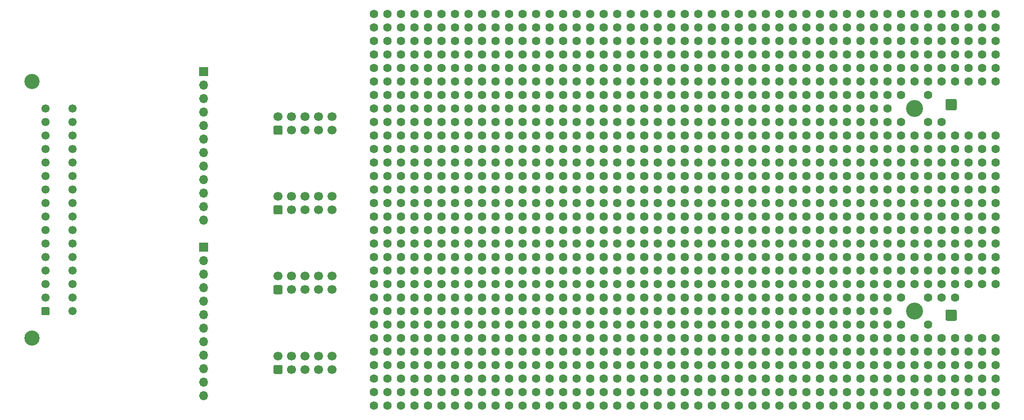
<source format=gbr>
%TF.GenerationSoftware,KiCad,Pcbnew,5.99.0+really5.1.10+dfsg1-1*%
%TF.CreationDate,2022-01-10T00:23:21+01:00*%
%TF.ProjectId,RiserCard,52697365-7243-4617-9264-2e6b69636164,rev?*%
%TF.SameCoordinates,Original*%
%TF.FileFunction,Soldermask,Bot*%
%TF.FilePolarity,Negative*%
%FSLAX46Y46*%
G04 Gerber Fmt 4.6, Leading zero omitted, Abs format (unit mm)*
G04 Created by KiCad (PCBNEW 5.99.0+really5.1.10+dfsg1-1) date 2022-01-10 00:23:21*
%MOMM*%
%LPD*%
G01*
G04 APERTURE LIST*
%ADD10C,1.600000*%
%ADD11O,1.700000X1.700000*%
%ADD12R,1.700000X1.700000*%
%ADD13C,1.700000*%
%ADD14C,3.200000*%
%ADD15C,2.850000*%
%ADD16C,1.550000*%
G04 APERTURE END LIST*
D10*
%TO.C,H3*%
X208590000Y-76730000D03*
%TD*%
%TO.C,H3*%
X208590000Y-74190000D03*
%TD*%
%TO.C,H3*%
X211130000Y-76730000D03*
%TD*%
%TO.C,H3*%
X208590000Y-79270000D03*
%TD*%
%TO.C,H3*%
X206050000Y-76730000D03*
%TD*%
%TO.C,H3*%
X106990000Y-114830000D03*
%TD*%
%TO.C,H3*%
X109530000Y-114830000D03*
%TD*%
%TO.C,H3*%
X112070000Y-114830000D03*
%TD*%
%TO.C,H3*%
X114610000Y-114830000D03*
%TD*%
%TO.C,H3*%
X117150000Y-114830000D03*
%TD*%
%TO.C,H3*%
X119690000Y-114830000D03*
%TD*%
%TO.C,H3*%
X122230000Y-114830000D03*
%TD*%
%TO.C,H3*%
X124770000Y-114830000D03*
%TD*%
%TO.C,H3*%
X127310000Y-114830000D03*
%TD*%
%TO.C,H3*%
X129850000Y-114830000D03*
%TD*%
%TO.C,H3*%
X132390000Y-114830000D03*
%TD*%
%TO.C,H3*%
X134930000Y-114830000D03*
%TD*%
%TO.C,H3*%
X137470000Y-114830000D03*
%TD*%
%TO.C,H3*%
X140010000Y-114830000D03*
%TD*%
%TO.C,H3*%
X142550000Y-114830000D03*
%TD*%
%TO.C,H3*%
X145090000Y-114830000D03*
%TD*%
%TO.C,H3*%
X147630000Y-114830000D03*
%TD*%
%TO.C,H3*%
X150170000Y-114830000D03*
%TD*%
%TO.C,H3*%
X152710000Y-114830000D03*
%TD*%
%TO.C,H3*%
X155250000Y-114830000D03*
%TD*%
%TO.C,H3*%
X157790000Y-114830000D03*
%TD*%
%TO.C,H3*%
X160330000Y-114830000D03*
%TD*%
%TO.C,H3*%
X162870000Y-114830000D03*
%TD*%
%TO.C,H3*%
X165410000Y-114830000D03*
%TD*%
%TO.C,H3*%
X167950000Y-114830000D03*
%TD*%
%TO.C,H3*%
X170490000Y-114830000D03*
%TD*%
%TO.C,H3*%
X173030000Y-114830000D03*
%TD*%
%TO.C,H3*%
X175570000Y-114830000D03*
%TD*%
%TO.C,H3*%
X178110000Y-114830000D03*
%TD*%
%TO.C,H3*%
X180650000Y-114830000D03*
%TD*%
%TO.C,H3*%
X183190000Y-114830000D03*
%TD*%
%TO.C,H3*%
X185730000Y-114830000D03*
%TD*%
%TO.C,H3*%
X188270000Y-114830000D03*
%TD*%
%TO.C,H3*%
X190810000Y-114830000D03*
%TD*%
%TO.C,H3*%
X193350000Y-114830000D03*
%TD*%
%TO.C,H3*%
X195890000Y-114830000D03*
%TD*%
%TO.C,H3*%
X198430000Y-114830000D03*
%TD*%
%TO.C,H3*%
X200970000Y-114830000D03*
%TD*%
%TO.C,H3*%
X203510000Y-114830000D03*
%TD*%
%TO.C,H3*%
X206050000Y-114830000D03*
%TD*%
%TO.C,H3*%
X208590000Y-114830000D03*
%TD*%
%TO.C,H3*%
X211130000Y-114830000D03*
%TD*%
%TO.C,H3*%
X213670000Y-114830000D03*
%TD*%
%TO.C,H3*%
X216210000Y-114830000D03*
%TD*%
%TO.C,H3*%
X218750000Y-114830000D03*
%TD*%
%TO.C,H3*%
X221290000Y-114830000D03*
%TD*%
%TO.C,H3*%
X223830000Y-114830000D03*
%TD*%
%TO.C,H3*%
X106990000Y-112290000D03*
%TD*%
%TO.C,H3*%
X109530000Y-112290000D03*
%TD*%
%TO.C,H3*%
X112070000Y-112290000D03*
%TD*%
%TO.C,H3*%
X114610000Y-112290000D03*
%TD*%
%TO.C,H3*%
X117150000Y-112290000D03*
%TD*%
%TO.C,H3*%
X119690000Y-112290000D03*
%TD*%
%TO.C,H3*%
X122230000Y-112290000D03*
%TD*%
%TO.C,H3*%
X124770000Y-112290000D03*
%TD*%
%TO.C,H3*%
X127310000Y-112290000D03*
%TD*%
%TO.C,H3*%
X129850000Y-112290000D03*
%TD*%
%TO.C,H3*%
X132390000Y-112290000D03*
%TD*%
%TO.C,H3*%
X134930000Y-112290000D03*
%TD*%
%TO.C,H3*%
X137470000Y-112290000D03*
%TD*%
%TO.C,H3*%
X140010000Y-112290000D03*
%TD*%
%TO.C,H3*%
X142550000Y-112290000D03*
%TD*%
%TO.C,H3*%
X145090000Y-112290000D03*
%TD*%
%TO.C,H3*%
X147630000Y-112290000D03*
%TD*%
%TO.C,H3*%
X150170000Y-112290000D03*
%TD*%
%TO.C,H3*%
X152710000Y-112290000D03*
%TD*%
%TO.C,H3*%
X155250000Y-112290000D03*
%TD*%
%TO.C,H3*%
X157790000Y-112290000D03*
%TD*%
%TO.C,H3*%
X160330000Y-112290000D03*
%TD*%
%TO.C,H3*%
X162870000Y-112290000D03*
%TD*%
%TO.C,H3*%
X165410000Y-112290000D03*
%TD*%
%TO.C,H3*%
X167950000Y-112290000D03*
%TD*%
%TO.C,H3*%
X170490000Y-112290000D03*
%TD*%
%TO.C,H3*%
X173030000Y-112290000D03*
%TD*%
%TO.C,H3*%
X175570000Y-112290000D03*
%TD*%
%TO.C,H3*%
X178110000Y-112290000D03*
%TD*%
%TO.C,H3*%
X180650000Y-112290000D03*
%TD*%
%TO.C,H3*%
X183190000Y-112290000D03*
%TD*%
%TO.C,H3*%
X185730000Y-112290000D03*
%TD*%
%TO.C,H3*%
X188270000Y-112290000D03*
%TD*%
%TO.C,H3*%
X190810000Y-112290000D03*
%TD*%
%TO.C,H3*%
X193350000Y-112290000D03*
%TD*%
%TO.C,H3*%
X195890000Y-112290000D03*
%TD*%
%TO.C,H3*%
X198430000Y-112290000D03*
%TD*%
%TO.C,H3*%
X200970000Y-112290000D03*
%TD*%
%TO.C,H3*%
X203510000Y-112290000D03*
%TD*%
%TO.C,H3*%
X206050000Y-112290000D03*
%TD*%
%TO.C,H3*%
X208590000Y-112290000D03*
%TD*%
%TO.C,H3*%
X211130000Y-112290000D03*
%TD*%
%TO.C,H3*%
X213670000Y-112290000D03*
%TD*%
%TO.C,H3*%
X216210000Y-112290000D03*
%TD*%
%TO.C,H3*%
X218750000Y-112290000D03*
%TD*%
%TO.C,H3*%
X221290000Y-112290000D03*
%TD*%
%TO.C,H3*%
X223830000Y-112290000D03*
%TD*%
%TO.C,H3*%
X106990000Y-109750000D03*
%TD*%
%TO.C,H3*%
X109530000Y-109750000D03*
%TD*%
%TO.C,H3*%
X112070000Y-109750000D03*
%TD*%
%TO.C,H3*%
X114610000Y-109750000D03*
%TD*%
%TO.C,H3*%
X117150000Y-109750000D03*
%TD*%
%TO.C,H3*%
X119690000Y-109750000D03*
%TD*%
%TO.C,H3*%
X122230000Y-109750000D03*
%TD*%
%TO.C,H3*%
X124770000Y-109750000D03*
%TD*%
%TO.C,H3*%
X127310000Y-109750000D03*
%TD*%
%TO.C,H3*%
X129850000Y-109750000D03*
%TD*%
%TO.C,H3*%
X132390000Y-109750000D03*
%TD*%
%TO.C,H3*%
X134930000Y-109750000D03*
%TD*%
%TO.C,H3*%
X137470000Y-109750000D03*
%TD*%
%TO.C,H3*%
X140010000Y-109750000D03*
%TD*%
%TO.C,H3*%
X142550000Y-109750000D03*
%TD*%
%TO.C,H3*%
X145090000Y-109750000D03*
%TD*%
%TO.C,H3*%
X147630000Y-109750000D03*
%TD*%
%TO.C,H3*%
X150170000Y-109750000D03*
%TD*%
%TO.C,H3*%
X152710000Y-109750000D03*
%TD*%
%TO.C,H3*%
X155250000Y-109750000D03*
%TD*%
%TO.C,H3*%
X157790000Y-109750000D03*
%TD*%
%TO.C,H3*%
X160330000Y-109750000D03*
%TD*%
%TO.C,H3*%
X162870000Y-109750000D03*
%TD*%
%TO.C,H3*%
X165410000Y-109750000D03*
%TD*%
%TO.C,H3*%
X167950000Y-109750000D03*
%TD*%
%TO.C,H3*%
X170490000Y-109750000D03*
%TD*%
%TO.C,H3*%
X173030000Y-109750000D03*
%TD*%
%TO.C,H3*%
X175570000Y-109750000D03*
%TD*%
%TO.C,H3*%
X178110000Y-109750000D03*
%TD*%
%TO.C,H3*%
X180650000Y-109750000D03*
%TD*%
%TO.C,H3*%
X183190000Y-109750000D03*
%TD*%
%TO.C,H3*%
X185730000Y-109750000D03*
%TD*%
%TO.C,H3*%
X188270000Y-109750000D03*
%TD*%
%TO.C,H3*%
X190810000Y-109750000D03*
%TD*%
%TO.C,H3*%
X193350000Y-109750000D03*
%TD*%
%TO.C,H3*%
X195890000Y-109750000D03*
%TD*%
%TO.C,H3*%
X198430000Y-109750000D03*
%TD*%
%TO.C,H3*%
X200970000Y-109750000D03*
%TD*%
%TO.C,H3*%
X203510000Y-109750000D03*
%TD*%
%TO.C,H3*%
X206050000Y-109750000D03*
%TD*%
%TO.C,H3*%
X208590000Y-109750000D03*
%TD*%
%TO.C,H3*%
X211130000Y-109750000D03*
%TD*%
%TO.C,H3*%
X213670000Y-109750000D03*
%TD*%
%TO.C,H3*%
X216210000Y-109750000D03*
%TD*%
%TO.C,H3*%
X218750000Y-109750000D03*
%TD*%
%TO.C,H3*%
X221290000Y-109750000D03*
%TD*%
%TO.C,H3*%
X223830000Y-109750000D03*
%TD*%
%TO.C,H3*%
X106990000Y-107210000D03*
%TD*%
%TO.C,H3*%
X109530000Y-107210000D03*
%TD*%
%TO.C,H3*%
X112070000Y-107210000D03*
%TD*%
%TO.C,H3*%
X114610000Y-107210000D03*
%TD*%
%TO.C,H3*%
X117150000Y-107210000D03*
%TD*%
%TO.C,H3*%
X119690000Y-107210000D03*
%TD*%
%TO.C,H3*%
X122230000Y-107210000D03*
%TD*%
%TO.C,H3*%
X124770000Y-107210000D03*
%TD*%
%TO.C,H3*%
X127310000Y-107210000D03*
%TD*%
%TO.C,H3*%
X129850000Y-107210000D03*
%TD*%
%TO.C,H3*%
X132390000Y-107210000D03*
%TD*%
%TO.C,H3*%
X134930000Y-107210000D03*
%TD*%
%TO.C,H3*%
X137470000Y-107210000D03*
%TD*%
%TO.C,H3*%
X140010000Y-107210000D03*
%TD*%
%TO.C,H3*%
X142550000Y-107210000D03*
%TD*%
%TO.C,H3*%
X145090000Y-107210000D03*
%TD*%
%TO.C,H3*%
X147630000Y-107210000D03*
%TD*%
%TO.C,H3*%
X150170000Y-107210000D03*
%TD*%
%TO.C,H3*%
X152710000Y-107210000D03*
%TD*%
%TO.C,H3*%
X155250000Y-107210000D03*
%TD*%
%TO.C,H3*%
X157790000Y-107210000D03*
%TD*%
%TO.C,H3*%
X160330000Y-107210000D03*
%TD*%
%TO.C,H3*%
X162870000Y-107210000D03*
%TD*%
%TO.C,H3*%
X165410000Y-107210000D03*
%TD*%
%TO.C,H3*%
X167950000Y-107210000D03*
%TD*%
%TO.C,H3*%
X170490000Y-107210000D03*
%TD*%
%TO.C,H3*%
X173030000Y-107210000D03*
%TD*%
%TO.C,H3*%
X175570000Y-107210000D03*
%TD*%
%TO.C,H3*%
X178110000Y-107210000D03*
%TD*%
%TO.C,H3*%
X180650000Y-107210000D03*
%TD*%
%TO.C,H3*%
X183190000Y-107210000D03*
%TD*%
%TO.C,H3*%
X185730000Y-107210000D03*
%TD*%
%TO.C,H3*%
X188270000Y-107210000D03*
%TD*%
%TO.C,H3*%
X190810000Y-107210000D03*
%TD*%
%TO.C,H3*%
X193350000Y-107210000D03*
%TD*%
%TO.C,H3*%
X195890000Y-107210000D03*
%TD*%
%TO.C,H3*%
X198430000Y-107210000D03*
%TD*%
%TO.C,H3*%
X200970000Y-107210000D03*
%TD*%
%TO.C,H3*%
X203510000Y-107210000D03*
%TD*%
%TO.C,H3*%
X206050000Y-107210000D03*
%TD*%
%TO.C,H3*%
X208590000Y-107210000D03*
%TD*%
%TO.C,H3*%
X211130000Y-107210000D03*
%TD*%
%TO.C,H3*%
X213670000Y-107210000D03*
%TD*%
%TO.C,H3*%
X216210000Y-107210000D03*
%TD*%
%TO.C,H3*%
X218750000Y-107210000D03*
%TD*%
%TO.C,H3*%
X221290000Y-107210000D03*
%TD*%
%TO.C,H3*%
X223830000Y-107210000D03*
%TD*%
%TO.C,H3*%
X106990000Y-104670000D03*
%TD*%
%TO.C,H3*%
X109530000Y-104670000D03*
%TD*%
%TO.C,H3*%
X112070000Y-104670000D03*
%TD*%
%TO.C,H3*%
X114610000Y-104670000D03*
%TD*%
%TO.C,H3*%
X117150000Y-104670000D03*
%TD*%
%TO.C,H3*%
X119690000Y-104670000D03*
%TD*%
%TO.C,H3*%
X122230000Y-104670000D03*
%TD*%
%TO.C,H3*%
X124770000Y-104670000D03*
%TD*%
%TO.C,H3*%
X127310000Y-104670000D03*
%TD*%
%TO.C,H3*%
X129850000Y-104670000D03*
%TD*%
%TO.C,H3*%
X132390000Y-104670000D03*
%TD*%
%TO.C,H3*%
X134930000Y-104670000D03*
%TD*%
%TO.C,H3*%
X137470000Y-104670000D03*
%TD*%
%TO.C,H3*%
X140010000Y-104670000D03*
%TD*%
%TO.C,H3*%
X142550000Y-104670000D03*
%TD*%
%TO.C,H3*%
X145090000Y-104670000D03*
%TD*%
%TO.C,H3*%
X147630000Y-104670000D03*
%TD*%
%TO.C,H3*%
X150170000Y-104670000D03*
%TD*%
%TO.C,H3*%
X152710000Y-104670000D03*
%TD*%
%TO.C,H3*%
X155250000Y-104670000D03*
%TD*%
%TO.C,H3*%
X157790000Y-104670000D03*
%TD*%
%TO.C,H3*%
X160330000Y-104670000D03*
%TD*%
%TO.C,H3*%
X162870000Y-104670000D03*
%TD*%
%TO.C,H3*%
X165410000Y-104670000D03*
%TD*%
%TO.C,H3*%
X167950000Y-104670000D03*
%TD*%
%TO.C,H3*%
X170490000Y-104670000D03*
%TD*%
%TO.C,H3*%
X173030000Y-104670000D03*
%TD*%
%TO.C,H3*%
X175570000Y-104670000D03*
%TD*%
%TO.C,H3*%
X178110000Y-104670000D03*
%TD*%
%TO.C,H3*%
X180650000Y-104670000D03*
%TD*%
%TO.C,H3*%
X183190000Y-104670000D03*
%TD*%
%TO.C,H3*%
X185730000Y-104670000D03*
%TD*%
%TO.C,H3*%
X188270000Y-104670000D03*
%TD*%
%TO.C,H3*%
X190810000Y-104670000D03*
%TD*%
%TO.C,H3*%
X193350000Y-104670000D03*
%TD*%
%TO.C,H3*%
X195890000Y-104670000D03*
%TD*%
%TO.C,H3*%
X198430000Y-104670000D03*
%TD*%
%TO.C,H3*%
X200970000Y-104670000D03*
%TD*%
%TO.C,H3*%
X203510000Y-104670000D03*
%TD*%
%TO.C,H3*%
X206050000Y-104670000D03*
%TD*%
%TO.C,H3*%
X208590000Y-104670000D03*
%TD*%
%TO.C,H3*%
X211130000Y-104670000D03*
%TD*%
%TO.C,H3*%
X213670000Y-104670000D03*
%TD*%
%TO.C,H3*%
X216210000Y-104670000D03*
%TD*%
%TO.C,H3*%
X218750000Y-104670000D03*
%TD*%
%TO.C,H3*%
X221290000Y-104670000D03*
%TD*%
%TO.C,H3*%
X223830000Y-104670000D03*
%TD*%
%TO.C,H3*%
X106990000Y-102130000D03*
%TD*%
%TO.C,H3*%
X109530000Y-102130000D03*
%TD*%
%TO.C,H3*%
X112070000Y-102130000D03*
%TD*%
%TO.C,H3*%
X114610000Y-102130000D03*
%TD*%
%TO.C,H3*%
X117150000Y-102130000D03*
%TD*%
%TO.C,H3*%
X119690000Y-102130000D03*
%TD*%
%TO.C,H3*%
X122230000Y-102130000D03*
%TD*%
%TO.C,H3*%
X124770000Y-102130000D03*
%TD*%
%TO.C,H3*%
X127310000Y-102130000D03*
%TD*%
%TO.C,H3*%
X129850000Y-102130000D03*
%TD*%
%TO.C,H3*%
X132390000Y-102130000D03*
%TD*%
%TO.C,H3*%
X134930000Y-102130000D03*
%TD*%
%TO.C,H3*%
X137470000Y-102130000D03*
%TD*%
%TO.C,H3*%
X140010000Y-102130000D03*
%TD*%
%TO.C,H3*%
X142550000Y-102130000D03*
%TD*%
%TO.C,H3*%
X145090000Y-102130000D03*
%TD*%
%TO.C,H3*%
X147630000Y-102130000D03*
%TD*%
%TO.C,H3*%
X150170000Y-102130000D03*
%TD*%
%TO.C,H3*%
X152710000Y-102130000D03*
%TD*%
%TO.C,H3*%
X155250000Y-102130000D03*
%TD*%
%TO.C,H3*%
X157790000Y-102130000D03*
%TD*%
%TO.C,H3*%
X160330000Y-102130000D03*
%TD*%
%TO.C,H3*%
X162870000Y-102130000D03*
%TD*%
%TO.C,H3*%
X165410000Y-102130000D03*
%TD*%
%TO.C,H3*%
X167950000Y-102130000D03*
%TD*%
%TO.C,H3*%
X170490000Y-102130000D03*
%TD*%
%TO.C,H3*%
X173030000Y-102130000D03*
%TD*%
%TO.C,H3*%
X175570000Y-102130000D03*
%TD*%
%TO.C,H3*%
X178110000Y-102130000D03*
%TD*%
%TO.C,H3*%
X180650000Y-102130000D03*
%TD*%
%TO.C,H3*%
X183190000Y-102130000D03*
%TD*%
%TO.C,H3*%
X185730000Y-102130000D03*
%TD*%
%TO.C,H3*%
X188270000Y-102130000D03*
%TD*%
%TO.C,H3*%
X190810000Y-102130000D03*
%TD*%
%TO.C,H3*%
X193350000Y-102130000D03*
%TD*%
%TO.C,H3*%
X195890000Y-102130000D03*
%TD*%
%TO.C,H3*%
X198430000Y-102130000D03*
%TD*%
%TO.C,H3*%
X200970000Y-102130000D03*
%TD*%
%TO.C,H3*%
X203510000Y-102130000D03*
%TD*%
%TO.C,H3*%
X206050000Y-102130000D03*
%TD*%
%TO.C,H3*%
X208590000Y-102130000D03*
%TD*%
%TO.C,H3*%
X211130000Y-102130000D03*
%TD*%
%TO.C,H3*%
X213670000Y-102130000D03*
%TD*%
%TO.C,H3*%
X216210000Y-102130000D03*
%TD*%
%TO.C,H3*%
X218750000Y-102130000D03*
%TD*%
%TO.C,H3*%
X221290000Y-102130000D03*
%TD*%
%TO.C,H3*%
X223830000Y-102130000D03*
%TD*%
%TO.C,H3*%
X106990000Y-99590000D03*
%TD*%
%TO.C,H3*%
X109530000Y-99590000D03*
%TD*%
%TO.C,H3*%
X112070000Y-99590000D03*
%TD*%
%TO.C,H3*%
X114610000Y-99590000D03*
%TD*%
%TO.C,H3*%
X117150000Y-99590000D03*
%TD*%
%TO.C,H3*%
X119690000Y-99590000D03*
%TD*%
%TO.C,H3*%
X122230000Y-99590000D03*
%TD*%
%TO.C,H3*%
X124770000Y-99590000D03*
%TD*%
%TO.C,H3*%
X127310000Y-99590000D03*
%TD*%
%TO.C,H3*%
X129850000Y-99590000D03*
%TD*%
%TO.C,H3*%
X132390000Y-99590000D03*
%TD*%
%TO.C,H3*%
X134930000Y-99590000D03*
%TD*%
%TO.C,H3*%
X137470000Y-99590000D03*
%TD*%
%TO.C,H3*%
X140010000Y-99590000D03*
%TD*%
%TO.C,H3*%
X142550000Y-99590000D03*
%TD*%
%TO.C,H3*%
X145090000Y-99590000D03*
%TD*%
%TO.C,H3*%
X147630000Y-99590000D03*
%TD*%
%TO.C,H3*%
X150170000Y-99590000D03*
%TD*%
%TO.C,H3*%
X152710000Y-99590000D03*
%TD*%
%TO.C,H3*%
X155250000Y-99590000D03*
%TD*%
%TO.C,H3*%
X157790000Y-99590000D03*
%TD*%
%TO.C,H3*%
X160330000Y-99590000D03*
%TD*%
%TO.C,H3*%
X162870000Y-99590000D03*
%TD*%
%TO.C,H3*%
X165410000Y-99590000D03*
%TD*%
%TO.C,H3*%
X167950000Y-99590000D03*
%TD*%
%TO.C,H3*%
X170490000Y-99590000D03*
%TD*%
%TO.C,H3*%
X173030000Y-99590000D03*
%TD*%
%TO.C,H3*%
X175570000Y-99590000D03*
%TD*%
%TO.C,H3*%
X178110000Y-99590000D03*
%TD*%
%TO.C,H3*%
X180650000Y-99590000D03*
%TD*%
%TO.C,H3*%
X183190000Y-99590000D03*
%TD*%
%TO.C,H3*%
X185730000Y-99590000D03*
%TD*%
%TO.C,H3*%
X188270000Y-99590000D03*
%TD*%
%TO.C,H3*%
X190810000Y-99590000D03*
%TD*%
%TO.C,H3*%
X193350000Y-99590000D03*
%TD*%
%TO.C,H3*%
X195890000Y-99590000D03*
%TD*%
%TO.C,H3*%
X198430000Y-99590000D03*
%TD*%
%TO.C,H3*%
X200970000Y-99590000D03*
%TD*%
%TO.C,H3*%
X203510000Y-99590000D03*
%TD*%
%TO.C,H3*%
X206050000Y-99590000D03*
%TD*%
%TO.C,H3*%
X211130000Y-99590000D03*
%TD*%
%TO.C,H3*%
X106990000Y-97050000D03*
%TD*%
%TO.C,H3*%
X109530000Y-97050000D03*
%TD*%
%TO.C,H3*%
X112070000Y-97050000D03*
%TD*%
%TO.C,H3*%
X114610000Y-97050000D03*
%TD*%
%TO.C,H3*%
X117150000Y-97050000D03*
%TD*%
%TO.C,H3*%
X119690000Y-97050000D03*
%TD*%
%TO.C,H3*%
X122230000Y-97050000D03*
%TD*%
%TO.C,H3*%
X124770000Y-97050000D03*
%TD*%
%TO.C,H3*%
X127310000Y-97050000D03*
%TD*%
%TO.C,H3*%
X129850000Y-97050000D03*
%TD*%
%TO.C,H3*%
X132390000Y-97050000D03*
%TD*%
%TO.C,H3*%
X134930000Y-97050000D03*
%TD*%
%TO.C,H3*%
X137470000Y-97050000D03*
%TD*%
%TO.C,H3*%
X140010000Y-97050000D03*
%TD*%
%TO.C,H3*%
X142550000Y-97050000D03*
%TD*%
%TO.C,H3*%
X145090000Y-97050000D03*
%TD*%
%TO.C,H3*%
X147630000Y-97050000D03*
%TD*%
%TO.C,H3*%
X150170000Y-97050000D03*
%TD*%
%TO.C,H3*%
X152710000Y-97050000D03*
%TD*%
%TO.C,H3*%
X155250000Y-97050000D03*
%TD*%
%TO.C,H3*%
X157790000Y-97050000D03*
%TD*%
%TO.C,H3*%
X160330000Y-97050000D03*
%TD*%
%TO.C,H3*%
X162870000Y-97050000D03*
%TD*%
%TO.C,H3*%
X165410000Y-97050000D03*
%TD*%
%TO.C,H3*%
X167950000Y-97050000D03*
%TD*%
%TO.C,H3*%
X170490000Y-97050000D03*
%TD*%
%TO.C,H3*%
X173030000Y-97050000D03*
%TD*%
%TO.C,H3*%
X175570000Y-97050000D03*
%TD*%
%TO.C,H3*%
X178110000Y-97050000D03*
%TD*%
%TO.C,H3*%
X180650000Y-97050000D03*
%TD*%
%TO.C,H3*%
X183190000Y-97050000D03*
%TD*%
%TO.C,H3*%
X185730000Y-97050000D03*
%TD*%
%TO.C,H3*%
X188270000Y-97050000D03*
%TD*%
%TO.C,H3*%
X190810000Y-97050000D03*
%TD*%
%TO.C,H3*%
X193350000Y-97050000D03*
%TD*%
%TO.C,H3*%
X195890000Y-97050000D03*
%TD*%
%TO.C,H3*%
X198430000Y-97050000D03*
%TD*%
%TO.C,H3*%
X200970000Y-97050000D03*
%TD*%
%TO.C,H3*%
X203510000Y-97050000D03*
%TD*%
%TO.C,H3*%
X106990000Y-94510000D03*
%TD*%
%TO.C,H3*%
X109530000Y-94510000D03*
%TD*%
%TO.C,H3*%
X112070000Y-94510000D03*
%TD*%
%TO.C,H3*%
X114610000Y-94510000D03*
%TD*%
%TO.C,H3*%
X117150000Y-94510000D03*
%TD*%
%TO.C,H3*%
X119690000Y-94510000D03*
%TD*%
%TO.C,H3*%
X122230000Y-94510000D03*
%TD*%
%TO.C,H3*%
X124770000Y-94510000D03*
%TD*%
%TO.C,H3*%
X127310000Y-94510000D03*
%TD*%
%TO.C,H3*%
X129850000Y-94510000D03*
%TD*%
%TO.C,H3*%
X132390000Y-94510000D03*
%TD*%
%TO.C,H3*%
X134930000Y-94510000D03*
%TD*%
%TO.C,H3*%
X137470000Y-94510000D03*
%TD*%
%TO.C,H3*%
X140010000Y-94510000D03*
%TD*%
%TO.C,H3*%
X142550000Y-94510000D03*
%TD*%
%TO.C,H3*%
X145090000Y-94510000D03*
%TD*%
%TO.C,H3*%
X147630000Y-94510000D03*
%TD*%
%TO.C,H3*%
X150170000Y-94510000D03*
%TD*%
%TO.C,H3*%
X152710000Y-94510000D03*
%TD*%
%TO.C,H3*%
X155250000Y-94510000D03*
%TD*%
%TO.C,H3*%
X157790000Y-94510000D03*
%TD*%
%TO.C,H3*%
X160330000Y-94510000D03*
%TD*%
%TO.C,H3*%
X162870000Y-94510000D03*
%TD*%
%TO.C,H3*%
X165410000Y-94510000D03*
%TD*%
%TO.C,H3*%
X167950000Y-94510000D03*
%TD*%
%TO.C,H3*%
X170490000Y-94510000D03*
%TD*%
%TO.C,H3*%
X173030000Y-94510000D03*
%TD*%
%TO.C,H3*%
X175570000Y-94510000D03*
%TD*%
%TO.C,H3*%
X178110000Y-94510000D03*
%TD*%
%TO.C,H3*%
X180650000Y-94510000D03*
%TD*%
%TO.C,H3*%
X183190000Y-94510000D03*
%TD*%
%TO.C,H3*%
X185730000Y-94510000D03*
%TD*%
%TO.C,H3*%
X188270000Y-94510000D03*
%TD*%
%TO.C,H3*%
X190810000Y-94510000D03*
%TD*%
%TO.C,H3*%
X193350000Y-94510000D03*
%TD*%
%TO.C,H3*%
X195890000Y-94510000D03*
%TD*%
%TO.C,H3*%
X198430000Y-94510000D03*
%TD*%
%TO.C,H3*%
X200970000Y-94510000D03*
%TD*%
%TO.C,H3*%
X203510000Y-94510000D03*
%TD*%
%TO.C,H3*%
X206050000Y-94510000D03*
%TD*%
%TO.C,H3*%
X211130000Y-94510000D03*
%TD*%
%TO.C,H3*%
X213670000Y-94510000D03*
%TD*%
%TO.C,H3*%
X216210000Y-94510000D03*
%TD*%
%TO.C,H3*%
X106990000Y-91970000D03*
%TD*%
%TO.C,H3*%
X109530000Y-91970000D03*
%TD*%
%TO.C,H3*%
X112070000Y-91970000D03*
%TD*%
%TO.C,H3*%
X114610000Y-91970000D03*
%TD*%
%TO.C,H3*%
X117150000Y-91970000D03*
%TD*%
%TO.C,H3*%
X119690000Y-91970000D03*
%TD*%
%TO.C,H3*%
X122230000Y-91970000D03*
%TD*%
%TO.C,H3*%
X124770000Y-91970000D03*
%TD*%
%TO.C,H3*%
X127310000Y-91970000D03*
%TD*%
%TO.C,H3*%
X129850000Y-91970000D03*
%TD*%
%TO.C,H3*%
X132390000Y-91970000D03*
%TD*%
%TO.C,H3*%
X134930000Y-91970000D03*
%TD*%
%TO.C,H3*%
X137470000Y-91970000D03*
%TD*%
%TO.C,H3*%
X140010000Y-91970000D03*
%TD*%
%TO.C,H3*%
X142550000Y-91970000D03*
%TD*%
%TO.C,H3*%
X145090000Y-91970000D03*
%TD*%
%TO.C,H3*%
X147630000Y-91970000D03*
%TD*%
%TO.C,H3*%
X150170000Y-91970000D03*
%TD*%
%TO.C,H3*%
X152710000Y-91970000D03*
%TD*%
%TO.C,H3*%
X155250000Y-91970000D03*
%TD*%
%TO.C,H3*%
X157790000Y-91970000D03*
%TD*%
%TO.C,H3*%
X160330000Y-91970000D03*
%TD*%
%TO.C,H3*%
X162870000Y-91970000D03*
%TD*%
%TO.C,H3*%
X165410000Y-91970000D03*
%TD*%
%TO.C,H3*%
X167950000Y-91970000D03*
%TD*%
%TO.C,H3*%
X170490000Y-91970000D03*
%TD*%
%TO.C,H3*%
X173030000Y-91970000D03*
%TD*%
%TO.C,H3*%
X175570000Y-91970000D03*
%TD*%
%TO.C,H3*%
X178110000Y-91970000D03*
%TD*%
%TO.C,H3*%
X180650000Y-91970000D03*
%TD*%
%TO.C,H3*%
X183190000Y-91970000D03*
%TD*%
%TO.C,H3*%
X185730000Y-91970000D03*
%TD*%
%TO.C,H3*%
X188270000Y-91970000D03*
%TD*%
%TO.C,H3*%
X190810000Y-91970000D03*
%TD*%
%TO.C,H3*%
X193350000Y-91970000D03*
%TD*%
%TO.C,H3*%
X195890000Y-91970000D03*
%TD*%
%TO.C,H3*%
X198430000Y-91970000D03*
%TD*%
%TO.C,H3*%
X200970000Y-91970000D03*
%TD*%
%TO.C,H3*%
X203510000Y-91970000D03*
%TD*%
%TO.C,H3*%
X206050000Y-91970000D03*
%TD*%
%TO.C,H3*%
X208590000Y-91970000D03*
%TD*%
%TO.C,H3*%
X211130000Y-91970000D03*
%TD*%
%TO.C,H3*%
X213670000Y-91970000D03*
%TD*%
%TO.C,H3*%
X216210000Y-91970000D03*
%TD*%
%TO.C,H3*%
X218750000Y-91970000D03*
%TD*%
%TO.C,H3*%
X221290000Y-91970000D03*
%TD*%
%TO.C,H3*%
X223830000Y-91970000D03*
%TD*%
%TO.C,H3*%
X106990000Y-89430000D03*
%TD*%
%TO.C,H3*%
X109530000Y-89430000D03*
%TD*%
%TO.C,H3*%
X112070000Y-89430000D03*
%TD*%
%TO.C,H3*%
X114610000Y-89430000D03*
%TD*%
%TO.C,H3*%
X117150000Y-89430000D03*
%TD*%
%TO.C,H3*%
X119690000Y-89430000D03*
%TD*%
%TO.C,H3*%
X122230000Y-89430000D03*
%TD*%
%TO.C,H3*%
X124770000Y-89430000D03*
%TD*%
%TO.C,H3*%
X127310000Y-89430000D03*
%TD*%
%TO.C,H3*%
X129850000Y-89430000D03*
%TD*%
%TO.C,H3*%
X132390000Y-89430000D03*
%TD*%
%TO.C,H3*%
X134930000Y-89430000D03*
%TD*%
%TO.C,H3*%
X137470000Y-89430000D03*
%TD*%
%TO.C,H3*%
X140010000Y-89430000D03*
%TD*%
%TO.C,H3*%
X142550000Y-89430000D03*
%TD*%
%TO.C,H3*%
X145090000Y-89430000D03*
%TD*%
%TO.C,H3*%
X147630000Y-89430000D03*
%TD*%
%TO.C,H3*%
X150170000Y-89430000D03*
%TD*%
%TO.C,H3*%
X152710000Y-89430000D03*
%TD*%
%TO.C,H3*%
X155250000Y-89430000D03*
%TD*%
%TO.C,H3*%
X157790000Y-89430000D03*
%TD*%
%TO.C,H3*%
X160330000Y-89430000D03*
%TD*%
%TO.C,H3*%
X162870000Y-89430000D03*
%TD*%
%TO.C,H3*%
X165410000Y-89430000D03*
%TD*%
%TO.C,H3*%
X167950000Y-89430000D03*
%TD*%
%TO.C,H3*%
X170490000Y-89430000D03*
%TD*%
%TO.C,H3*%
X173030000Y-89430000D03*
%TD*%
%TO.C,H3*%
X175570000Y-89430000D03*
%TD*%
%TO.C,H3*%
X178110000Y-89430000D03*
%TD*%
%TO.C,H3*%
X180650000Y-89430000D03*
%TD*%
%TO.C,H3*%
X183190000Y-89430000D03*
%TD*%
%TO.C,H3*%
X185730000Y-89430000D03*
%TD*%
%TO.C,H3*%
X188270000Y-89430000D03*
%TD*%
%TO.C,H3*%
X190810000Y-89430000D03*
%TD*%
%TO.C,H3*%
X193350000Y-89430000D03*
%TD*%
%TO.C,H3*%
X195890000Y-89430000D03*
%TD*%
%TO.C,H3*%
X198430000Y-89430000D03*
%TD*%
%TO.C,H3*%
X200970000Y-89430000D03*
%TD*%
%TO.C,H3*%
X203510000Y-89430000D03*
%TD*%
%TO.C,H3*%
X206050000Y-89430000D03*
%TD*%
%TO.C,H3*%
X208590000Y-89430000D03*
%TD*%
%TO.C,H3*%
X211130000Y-89430000D03*
%TD*%
%TO.C,H3*%
X213670000Y-89430000D03*
%TD*%
%TO.C,H3*%
X216210000Y-89430000D03*
%TD*%
%TO.C,H3*%
X218750000Y-89430000D03*
%TD*%
%TO.C,H3*%
X221290000Y-89430000D03*
%TD*%
%TO.C,H3*%
X223830000Y-89430000D03*
%TD*%
%TO.C,H3*%
X106990000Y-86890000D03*
%TD*%
%TO.C,H3*%
X109530000Y-86890000D03*
%TD*%
%TO.C,H3*%
X112070000Y-86890000D03*
%TD*%
%TO.C,H3*%
X114610000Y-86890000D03*
%TD*%
%TO.C,H3*%
X117150000Y-86890000D03*
%TD*%
%TO.C,H3*%
X119690000Y-86890000D03*
%TD*%
%TO.C,H3*%
X122230000Y-86890000D03*
%TD*%
%TO.C,H3*%
X124770000Y-86890000D03*
%TD*%
%TO.C,H3*%
X127310000Y-86890000D03*
%TD*%
%TO.C,H3*%
X129850000Y-86890000D03*
%TD*%
%TO.C,H3*%
X132390000Y-86890000D03*
%TD*%
%TO.C,H3*%
X134930000Y-86890000D03*
%TD*%
%TO.C,H3*%
X137470000Y-86890000D03*
%TD*%
%TO.C,H3*%
X140010000Y-86890000D03*
%TD*%
%TO.C,H3*%
X142550000Y-86890000D03*
%TD*%
%TO.C,H3*%
X145090000Y-86890000D03*
%TD*%
%TO.C,H3*%
X147630000Y-86890000D03*
%TD*%
%TO.C,H3*%
X150170000Y-86890000D03*
%TD*%
%TO.C,H3*%
X152710000Y-86890000D03*
%TD*%
%TO.C,H3*%
X155250000Y-86890000D03*
%TD*%
%TO.C,H3*%
X157790000Y-86890000D03*
%TD*%
%TO.C,H3*%
X160330000Y-86890000D03*
%TD*%
%TO.C,H3*%
X162870000Y-86890000D03*
%TD*%
%TO.C,H3*%
X165410000Y-86890000D03*
%TD*%
%TO.C,H3*%
X167950000Y-86890000D03*
%TD*%
%TO.C,H3*%
X170490000Y-86890000D03*
%TD*%
%TO.C,H3*%
X173030000Y-86890000D03*
%TD*%
%TO.C,H3*%
X175570000Y-86890000D03*
%TD*%
%TO.C,H3*%
X178110000Y-86890000D03*
%TD*%
%TO.C,H3*%
X180650000Y-86890000D03*
%TD*%
%TO.C,H3*%
X183190000Y-86890000D03*
%TD*%
%TO.C,H3*%
X185730000Y-86890000D03*
%TD*%
%TO.C,H3*%
X188270000Y-86890000D03*
%TD*%
%TO.C,H3*%
X190810000Y-86890000D03*
%TD*%
%TO.C,H3*%
X193350000Y-86890000D03*
%TD*%
%TO.C,H3*%
X195890000Y-86890000D03*
%TD*%
%TO.C,H3*%
X198430000Y-86890000D03*
%TD*%
%TO.C,H3*%
X200970000Y-86890000D03*
%TD*%
%TO.C,H3*%
X203510000Y-86890000D03*
%TD*%
%TO.C,H3*%
X206050000Y-86890000D03*
%TD*%
%TO.C,H3*%
X208590000Y-86890000D03*
%TD*%
%TO.C,H3*%
X211130000Y-86890000D03*
%TD*%
%TO.C,H3*%
X213670000Y-86890000D03*
%TD*%
%TO.C,H3*%
X216210000Y-86890000D03*
%TD*%
%TO.C,H3*%
X218750000Y-86890000D03*
%TD*%
%TO.C,H3*%
X221290000Y-86890000D03*
%TD*%
%TO.C,H3*%
X223830000Y-86890000D03*
%TD*%
%TO.C,H3*%
X106990000Y-84350000D03*
%TD*%
%TO.C,H3*%
X109530000Y-84350000D03*
%TD*%
%TO.C,H3*%
X112070000Y-84350000D03*
%TD*%
%TO.C,H3*%
X114610000Y-84350000D03*
%TD*%
%TO.C,H3*%
X117150000Y-84350000D03*
%TD*%
%TO.C,H3*%
X119690000Y-84350000D03*
%TD*%
%TO.C,H3*%
X122230000Y-84350000D03*
%TD*%
%TO.C,H3*%
X124770000Y-84350000D03*
%TD*%
%TO.C,H3*%
X127310000Y-84350000D03*
%TD*%
%TO.C,H3*%
X129850000Y-84350000D03*
%TD*%
%TO.C,H3*%
X132390000Y-84350000D03*
%TD*%
%TO.C,H3*%
X134930000Y-84350000D03*
%TD*%
%TO.C,H3*%
X137470000Y-84350000D03*
%TD*%
%TO.C,H3*%
X140010000Y-84350000D03*
%TD*%
%TO.C,H3*%
X142550000Y-84350000D03*
%TD*%
%TO.C,H3*%
X145090000Y-84350000D03*
%TD*%
%TO.C,H3*%
X147630000Y-84350000D03*
%TD*%
%TO.C,H3*%
X150170000Y-84350000D03*
%TD*%
%TO.C,H3*%
X152710000Y-84350000D03*
%TD*%
%TO.C,H3*%
X155250000Y-84350000D03*
%TD*%
%TO.C,H3*%
X157790000Y-84350000D03*
%TD*%
%TO.C,H3*%
X160330000Y-84350000D03*
%TD*%
%TO.C,H3*%
X162870000Y-84350000D03*
%TD*%
%TO.C,H3*%
X165410000Y-84350000D03*
%TD*%
%TO.C,H3*%
X167950000Y-84350000D03*
%TD*%
%TO.C,H3*%
X170490000Y-84350000D03*
%TD*%
%TO.C,H3*%
X173030000Y-84350000D03*
%TD*%
%TO.C,H3*%
X175570000Y-84350000D03*
%TD*%
%TO.C,H3*%
X178110000Y-84350000D03*
%TD*%
%TO.C,H3*%
X180650000Y-84350000D03*
%TD*%
%TO.C,H3*%
X183190000Y-84350000D03*
%TD*%
%TO.C,H3*%
X185730000Y-84350000D03*
%TD*%
%TO.C,H3*%
X188270000Y-84350000D03*
%TD*%
%TO.C,H3*%
X190810000Y-84350000D03*
%TD*%
%TO.C,H3*%
X193350000Y-84350000D03*
%TD*%
%TO.C,H3*%
X195890000Y-84350000D03*
%TD*%
%TO.C,H3*%
X198430000Y-84350000D03*
%TD*%
%TO.C,H3*%
X200970000Y-84350000D03*
%TD*%
%TO.C,H3*%
X203510000Y-84350000D03*
%TD*%
%TO.C,H3*%
X206050000Y-84350000D03*
%TD*%
%TO.C,H3*%
X208590000Y-84350000D03*
%TD*%
%TO.C,H3*%
X211130000Y-84350000D03*
%TD*%
%TO.C,H3*%
X213670000Y-84350000D03*
%TD*%
%TO.C,H3*%
X216210000Y-84350000D03*
%TD*%
%TO.C,H3*%
X218750000Y-84350000D03*
%TD*%
%TO.C,H3*%
X221290000Y-84350000D03*
%TD*%
%TO.C,H3*%
X223830000Y-84350000D03*
%TD*%
%TO.C,H3*%
X106990000Y-81810000D03*
%TD*%
%TO.C,H3*%
X109530000Y-81810000D03*
%TD*%
%TO.C,H3*%
X112070000Y-81810000D03*
%TD*%
%TO.C,H3*%
X114610000Y-81810000D03*
%TD*%
%TO.C,H3*%
X117150000Y-81810000D03*
%TD*%
%TO.C,H3*%
X119690000Y-81810000D03*
%TD*%
%TO.C,H3*%
X122230000Y-81810000D03*
%TD*%
%TO.C,H3*%
X124770000Y-81810000D03*
%TD*%
%TO.C,H3*%
X127310000Y-81810000D03*
%TD*%
%TO.C,H3*%
X129850000Y-81810000D03*
%TD*%
%TO.C,H3*%
X132390000Y-81810000D03*
%TD*%
%TO.C,H3*%
X134930000Y-81810000D03*
%TD*%
%TO.C,H3*%
X137470000Y-81810000D03*
%TD*%
%TO.C,H3*%
X140010000Y-81810000D03*
%TD*%
%TO.C,H3*%
X142550000Y-81810000D03*
%TD*%
%TO.C,H3*%
X145090000Y-81810000D03*
%TD*%
%TO.C,H3*%
X147630000Y-81810000D03*
%TD*%
%TO.C,H3*%
X150170000Y-81810000D03*
%TD*%
%TO.C,H3*%
X152710000Y-81810000D03*
%TD*%
%TO.C,H3*%
X155250000Y-81810000D03*
%TD*%
%TO.C,H3*%
X157790000Y-81810000D03*
%TD*%
%TO.C,H3*%
X160330000Y-81810000D03*
%TD*%
%TO.C,H3*%
X162870000Y-81810000D03*
%TD*%
%TO.C,H3*%
X165410000Y-81810000D03*
%TD*%
%TO.C,H3*%
X167950000Y-81810000D03*
%TD*%
%TO.C,H3*%
X170490000Y-81810000D03*
%TD*%
%TO.C,H3*%
X173030000Y-81810000D03*
%TD*%
%TO.C,H3*%
X175570000Y-81810000D03*
%TD*%
%TO.C,H3*%
X178110000Y-81810000D03*
%TD*%
%TO.C,H3*%
X180650000Y-81810000D03*
%TD*%
%TO.C,H3*%
X183190000Y-81810000D03*
%TD*%
%TO.C,H3*%
X185730000Y-81810000D03*
%TD*%
%TO.C,H3*%
X188270000Y-81810000D03*
%TD*%
%TO.C,H3*%
X190810000Y-81810000D03*
%TD*%
%TO.C,H3*%
X193350000Y-81810000D03*
%TD*%
%TO.C,H3*%
X195890000Y-81810000D03*
%TD*%
%TO.C,H3*%
X198430000Y-81810000D03*
%TD*%
%TO.C,H3*%
X200970000Y-81810000D03*
%TD*%
%TO.C,H3*%
X203510000Y-81810000D03*
%TD*%
%TO.C,H3*%
X206050000Y-81810000D03*
%TD*%
%TO.C,H3*%
X208590000Y-81810000D03*
%TD*%
%TO.C,H3*%
X211130000Y-81810000D03*
%TD*%
%TO.C,H3*%
X213670000Y-81810000D03*
%TD*%
%TO.C,H3*%
X216210000Y-81810000D03*
%TD*%
%TO.C,H3*%
X218750000Y-81810000D03*
%TD*%
%TO.C,H3*%
X221290000Y-81810000D03*
%TD*%
%TO.C,H3*%
X223830000Y-81810000D03*
%TD*%
%TO.C,H3*%
X106990000Y-79270000D03*
%TD*%
%TO.C,H3*%
X109530000Y-79270000D03*
%TD*%
%TO.C,H3*%
X112070000Y-79270000D03*
%TD*%
%TO.C,H3*%
X114610000Y-79270000D03*
%TD*%
%TO.C,H3*%
X117150000Y-79270000D03*
%TD*%
%TO.C,H3*%
X119690000Y-79270000D03*
%TD*%
%TO.C,H3*%
X122230000Y-79270000D03*
%TD*%
%TO.C,H3*%
X124770000Y-79270000D03*
%TD*%
%TO.C,H3*%
X127310000Y-79270000D03*
%TD*%
%TO.C,H3*%
X129850000Y-79270000D03*
%TD*%
%TO.C,H3*%
X132390000Y-79270000D03*
%TD*%
%TO.C,H3*%
X134930000Y-79270000D03*
%TD*%
%TO.C,H3*%
X137470000Y-79270000D03*
%TD*%
%TO.C,H3*%
X140010000Y-79270000D03*
%TD*%
%TO.C,H3*%
X142550000Y-79270000D03*
%TD*%
%TO.C,H3*%
X145090000Y-79270000D03*
%TD*%
%TO.C,H3*%
X147630000Y-79270000D03*
%TD*%
%TO.C,H3*%
X150170000Y-79270000D03*
%TD*%
%TO.C,H3*%
X152710000Y-79270000D03*
%TD*%
%TO.C,H3*%
X155250000Y-79270000D03*
%TD*%
%TO.C,H3*%
X157790000Y-79270000D03*
%TD*%
%TO.C,H3*%
X160330000Y-79270000D03*
%TD*%
%TO.C,H3*%
X162870000Y-79270000D03*
%TD*%
%TO.C,H3*%
X165410000Y-79270000D03*
%TD*%
%TO.C,H3*%
X167950000Y-79270000D03*
%TD*%
%TO.C,H3*%
X170490000Y-79270000D03*
%TD*%
%TO.C,H3*%
X173030000Y-79270000D03*
%TD*%
%TO.C,H3*%
X175570000Y-79270000D03*
%TD*%
%TO.C,H3*%
X178110000Y-79270000D03*
%TD*%
%TO.C,H3*%
X180650000Y-79270000D03*
%TD*%
%TO.C,H3*%
X183190000Y-79270000D03*
%TD*%
%TO.C,H3*%
X185730000Y-79270000D03*
%TD*%
%TO.C,H3*%
X188270000Y-79270000D03*
%TD*%
%TO.C,H3*%
X190810000Y-79270000D03*
%TD*%
%TO.C,H3*%
X193350000Y-79270000D03*
%TD*%
%TO.C,H3*%
X195890000Y-79270000D03*
%TD*%
%TO.C,H3*%
X198430000Y-79270000D03*
%TD*%
%TO.C,H3*%
X200970000Y-79270000D03*
%TD*%
%TO.C,H3*%
X203510000Y-79270000D03*
%TD*%
%TO.C,H3*%
X206050000Y-79270000D03*
%TD*%
%TO.C,H3*%
X211130000Y-79270000D03*
%TD*%
%TO.C,H3*%
X213670000Y-79270000D03*
%TD*%
%TO.C,H3*%
X216210000Y-79270000D03*
%TD*%
%TO.C,H3*%
X218750000Y-79270000D03*
%TD*%
%TO.C,H3*%
X221290000Y-79270000D03*
%TD*%
%TO.C,H3*%
X223830000Y-79270000D03*
%TD*%
%TO.C,H3*%
X106990000Y-76730000D03*
%TD*%
%TO.C,H3*%
X109530000Y-76730000D03*
%TD*%
%TO.C,H3*%
X112070000Y-76730000D03*
%TD*%
%TO.C,H3*%
X114610000Y-76730000D03*
%TD*%
%TO.C,H3*%
X117150000Y-76730000D03*
%TD*%
%TO.C,H3*%
X119690000Y-76730000D03*
%TD*%
%TO.C,H3*%
X122230000Y-76730000D03*
%TD*%
%TO.C,H3*%
X124770000Y-76730000D03*
%TD*%
%TO.C,H3*%
X127310000Y-76730000D03*
%TD*%
%TO.C,H3*%
X129850000Y-76730000D03*
%TD*%
%TO.C,H3*%
X132390000Y-76730000D03*
%TD*%
%TO.C,H3*%
X134930000Y-76730000D03*
%TD*%
%TO.C,H3*%
X137470000Y-76730000D03*
%TD*%
%TO.C,H3*%
X140010000Y-76730000D03*
%TD*%
%TO.C,H3*%
X142550000Y-76730000D03*
%TD*%
%TO.C,H3*%
X145090000Y-76730000D03*
%TD*%
%TO.C,H3*%
X147630000Y-76730000D03*
%TD*%
%TO.C,H3*%
X150170000Y-76730000D03*
%TD*%
%TO.C,H3*%
X152710000Y-76730000D03*
%TD*%
%TO.C,H3*%
X155250000Y-76730000D03*
%TD*%
%TO.C,H3*%
X157790000Y-76730000D03*
%TD*%
%TO.C,H3*%
X160330000Y-76730000D03*
%TD*%
%TO.C,H3*%
X162870000Y-76730000D03*
%TD*%
%TO.C,H3*%
X165410000Y-76730000D03*
%TD*%
%TO.C,H3*%
X167950000Y-76730000D03*
%TD*%
%TO.C,H3*%
X170490000Y-76730000D03*
%TD*%
%TO.C,H3*%
X173030000Y-76730000D03*
%TD*%
%TO.C,H3*%
X175570000Y-76730000D03*
%TD*%
%TO.C,H3*%
X178110000Y-76730000D03*
%TD*%
%TO.C,H3*%
X180650000Y-76730000D03*
%TD*%
%TO.C,H3*%
X183190000Y-76730000D03*
%TD*%
%TO.C,H3*%
X185730000Y-76730000D03*
%TD*%
%TO.C,H3*%
X188270000Y-76730000D03*
%TD*%
%TO.C,H3*%
X190810000Y-76730000D03*
%TD*%
%TO.C,H3*%
X193350000Y-76730000D03*
%TD*%
%TO.C,H3*%
X195890000Y-76730000D03*
%TD*%
%TO.C,H3*%
X198430000Y-76730000D03*
%TD*%
%TO.C,H3*%
X200970000Y-76730000D03*
%TD*%
%TO.C,H3*%
X203510000Y-76730000D03*
%TD*%
%TO.C,H3*%
X213670000Y-76730000D03*
%TD*%
%TO.C,H3*%
X216210000Y-76730000D03*
%TD*%
%TO.C,H3*%
X218750000Y-76730000D03*
%TD*%
%TO.C,H3*%
X221290000Y-76730000D03*
%TD*%
%TO.C,H3*%
X223830000Y-76730000D03*
%TD*%
%TO.C,H3*%
X106990000Y-74190000D03*
%TD*%
%TO.C,H3*%
X109530000Y-74190000D03*
%TD*%
%TO.C,H3*%
X112070000Y-74190000D03*
%TD*%
%TO.C,H3*%
X114610000Y-74190000D03*
%TD*%
%TO.C,H3*%
X117150000Y-74190000D03*
%TD*%
%TO.C,H3*%
X119690000Y-74190000D03*
%TD*%
%TO.C,H3*%
X122230000Y-74190000D03*
%TD*%
%TO.C,H3*%
X124770000Y-74190000D03*
%TD*%
%TO.C,H3*%
X127310000Y-74190000D03*
%TD*%
%TO.C,H3*%
X129850000Y-74190000D03*
%TD*%
%TO.C,H3*%
X132390000Y-74190000D03*
%TD*%
%TO.C,H3*%
X134930000Y-74190000D03*
%TD*%
%TO.C,H3*%
X137470000Y-74190000D03*
%TD*%
%TO.C,H3*%
X140010000Y-74190000D03*
%TD*%
%TO.C,H3*%
X142550000Y-74190000D03*
%TD*%
%TO.C,H3*%
X145090000Y-74190000D03*
%TD*%
%TO.C,H3*%
X147630000Y-74190000D03*
%TD*%
%TO.C,H3*%
X150170000Y-74190000D03*
%TD*%
%TO.C,H3*%
X152710000Y-74190000D03*
%TD*%
%TO.C,H3*%
X155250000Y-74190000D03*
%TD*%
%TO.C,H3*%
X157790000Y-74190000D03*
%TD*%
%TO.C,H3*%
X160330000Y-74190000D03*
%TD*%
%TO.C,H3*%
X162870000Y-74190000D03*
%TD*%
%TO.C,H3*%
X165410000Y-74190000D03*
%TD*%
%TO.C,H3*%
X167950000Y-74190000D03*
%TD*%
%TO.C,H3*%
X170490000Y-74190000D03*
%TD*%
%TO.C,H3*%
X173030000Y-74190000D03*
%TD*%
%TO.C,H3*%
X175570000Y-74190000D03*
%TD*%
%TO.C,H3*%
X178110000Y-74190000D03*
%TD*%
%TO.C,H3*%
X180650000Y-74190000D03*
%TD*%
%TO.C,H3*%
X183190000Y-74190000D03*
%TD*%
%TO.C,H3*%
X185730000Y-74190000D03*
%TD*%
%TO.C,H3*%
X188270000Y-74190000D03*
%TD*%
%TO.C,H3*%
X190810000Y-74190000D03*
%TD*%
%TO.C,H3*%
X193350000Y-74190000D03*
%TD*%
%TO.C,H3*%
X195890000Y-74190000D03*
%TD*%
%TO.C,H3*%
X198430000Y-74190000D03*
%TD*%
%TO.C,H3*%
X200970000Y-74190000D03*
%TD*%
%TO.C,H3*%
X203510000Y-74190000D03*
%TD*%
%TO.C,H3*%
X206050000Y-74190000D03*
%TD*%
%TO.C,H3*%
X211130000Y-74190000D03*
%TD*%
%TO.C,H3*%
X213670000Y-74190000D03*
%TD*%
%TO.C,H3*%
X216210000Y-74190000D03*
%TD*%
%TO.C,H3*%
X218750000Y-74190000D03*
%TD*%
%TO.C,H3*%
X221290000Y-74190000D03*
%TD*%
%TO.C,H3*%
X223830000Y-74190000D03*
%TD*%
%TO.C,H3*%
X106990000Y-71650000D03*
%TD*%
%TO.C,H3*%
X109530000Y-71650000D03*
%TD*%
%TO.C,H3*%
X112070000Y-71650000D03*
%TD*%
%TO.C,H3*%
X114610000Y-71650000D03*
%TD*%
%TO.C,H3*%
X117150000Y-71650000D03*
%TD*%
%TO.C,H3*%
X119690000Y-71650000D03*
%TD*%
%TO.C,H3*%
X122230000Y-71650000D03*
%TD*%
%TO.C,H3*%
X124770000Y-71650000D03*
%TD*%
%TO.C,H3*%
X127310000Y-71650000D03*
%TD*%
%TO.C,H3*%
X129850000Y-71650000D03*
%TD*%
%TO.C,H3*%
X132390000Y-71650000D03*
%TD*%
%TO.C,H3*%
X134930000Y-71650000D03*
%TD*%
%TO.C,H3*%
X137470000Y-71650000D03*
%TD*%
%TO.C,H3*%
X140010000Y-71650000D03*
%TD*%
%TO.C,H3*%
X142550000Y-71650000D03*
%TD*%
%TO.C,H3*%
X145090000Y-71650000D03*
%TD*%
%TO.C,H3*%
X147630000Y-71650000D03*
%TD*%
%TO.C,H3*%
X150170000Y-71650000D03*
%TD*%
%TO.C,H3*%
X152710000Y-71650000D03*
%TD*%
%TO.C,H3*%
X155250000Y-71650000D03*
%TD*%
%TO.C,H3*%
X157790000Y-71650000D03*
%TD*%
%TO.C,H3*%
X160330000Y-71650000D03*
%TD*%
%TO.C,H3*%
X162870000Y-71650000D03*
%TD*%
%TO.C,H3*%
X165410000Y-71650000D03*
%TD*%
%TO.C,H3*%
X167950000Y-71650000D03*
%TD*%
%TO.C,H3*%
X170490000Y-71650000D03*
%TD*%
%TO.C,H3*%
X173030000Y-71650000D03*
%TD*%
%TO.C,H3*%
X175570000Y-71650000D03*
%TD*%
%TO.C,H3*%
X178110000Y-71650000D03*
%TD*%
%TO.C,H3*%
X180650000Y-71650000D03*
%TD*%
%TO.C,H3*%
X183190000Y-71650000D03*
%TD*%
%TO.C,H3*%
X185730000Y-71650000D03*
%TD*%
%TO.C,H3*%
X188270000Y-71650000D03*
%TD*%
%TO.C,H3*%
X190810000Y-71650000D03*
%TD*%
%TO.C,H3*%
X193350000Y-71650000D03*
%TD*%
%TO.C,H3*%
X195890000Y-71650000D03*
%TD*%
%TO.C,H3*%
X198430000Y-71650000D03*
%TD*%
%TO.C,H3*%
X200970000Y-71650000D03*
%TD*%
%TO.C,H3*%
X203510000Y-71650000D03*
%TD*%
%TO.C,H3*%
X206050000Y-71650000D03*
%TD*%
%TO.C,H3*%
X208590000Y-71650000D03*
%TD*%
%TO.C,H3*%
X211130000Y-71650000D03*
%TD*%
%TO.C,H3*%
X213670000Y-71650000D03*
%TD*%
%TO.C,H3*%
X216210000Y-71650000D03*
%TD*%
%TO.C,H3*%
X218750000Y-71650000D03*
%TD*%
%TO.C,H3*%
X221290000Y-71650000D03*
%TD*%
%TO.C,H3*%
X223830000Y-71650000D03*
%TD*%
%TO.C,H3*%
X106990000Y-69110000D03*
%TD*%
%TO.C,H3*%
X109530000Y-69110000D03*
%TD*%
%TO.C,H3*%
X112070000Y-69110000D03*
%TD*%
%TO.C,H3*%
X114610000Y-69110000D03*
%TD*%
%TO.C,H3*%
X117150000Y-69110000D03*
%TD*%
%TO.C,H3*%
X119690000Y-69110000D03*
%TD*%
%TO.C,H3*%
X122230000Y-69110000D03*
%TD*%
%TO.C,H3*%
X124770000Y-69110000D03*
%TD*%
%TO.C,H3*%
X127310000Y-69110000D03*
%TD*%
%TO.C,H3*%
X129850000Y-69110000D03*
%TD*%
%TO.C,H3*%
X132390000Y-69110000D03*
%TD*%
%TO.C,H3*%
X134930000Y-69110000D03*
%TD*%
%TO.C,H3*%
X137470000Y-69110000D03*
%TD*%
%TO.C,H3*%
X140010000Y-69110000D03*
%TD*%
%TO.C,H3*%
X142550000Y-69110000D03*
%TD*%
%TO.C,H3*%
X145090000Y-69110000D03*
%TD*%
%TO.C,H3*%
X147630000Y-69110000D03*
%TD*%
%TO.C,H3*%
X150170000Y-69110000D03*
%TD*%
%TO.C,H3*%
X152710000Y-69110000D03*
%TD*%
%TO.C,H3*%
X155250000Y-69110000D03*
%TD*%
%TO.C,H3*%
X157790000Y-69110000D03*
%TD*%
%TO.C,H3*%
X160330000Y-69110000D03*
%TD*%
%TO.C,H3*%
X162870000Y-69110000D03*
%TD*%
%TO.C,H3*%
X165410000Y-69110000D03*
%TD*%
%TO.C,H3*%
X167950000Y-69110000D03*
%TD*%
%TO.C,H3*%
X170490000Y-69110000D03*
%TD*%
%TO.C,H3*%
X173030000Y-69110000D03*
%TD*%
%TO.C,H3*%
X175570000Y-69110000D03*
%TD*%
%TO.C,H3*%
X178110000Y-69110000D03*
%TD*%
%TO.C,H3*%
X180650000Y-69110000D03*
%TD*%
%TO.C,H3*%
X183190000Y-69110000D03*
%TD*%
%TO.C,H3*%
X185730000Y-69110000D03*
%TD*%
%TO.C,H3*%
X188270000Y-69110000D03*
%TD*%
%TO.C,H3*%
X190810000Y-69110000D03*
%TD*%
%TO.C,H3*%
X193350000Y-69110000D03*
%TD*%
%TO.C,H3*%
X195890000Y-69110000D03*
%TD*%
%TO.C,H3*%
X198430000Y-69110000D03*
%TD*%
%TO.C,H3*%
X200970000Y-69110000D03*
%TD*%
%TO.C,H3*%
X203510000Y-69110000D03*
%TD*%
%TO.C,H3*%
X206050000Y-69110000D03*
%TD*%
%TO.C,H3*%
X208590000Y-69110000D03*
%TD*%
%TO.C,H3*%
X211130000Y-69110000D03*
%TD*%
%TO.C,H3*%
X213670000Y-69110000D03*
%TD*%
%TO.C,H3*%
X216210000Y-69110000D03*
%TD*%
%TO.C,H3*%
X218750000Y-69110000D03*
%TD*%
%TO.C,H3*%
X221290000Y-69110000D03*
%TD*%
%TO.C,H3*%
X223830000Y-69110000D03*
%TD*%
%TO.C,H3*%
X106990000Y-66570000D03*
%TD*%
%TO.C,H3*%
X109530000Y-66570000D03*
%TD*%
%TO.C,H3*%
X112070000Y-66570000D03*
%TD*%
%TO.C,H3*%
X114610000Y-66570000D03*
%TD*%
%TO.C,H3*%
X117150000Y-66570000D03*
%TD*%
%TO.C,H3*%
X119690000Y-66570000D03*
%TD*%
%TO.C,H3*%
X122230000Y-66570000D03*
%TD*%
%TO.C,H3*%
X124770000Y-66570000D03*
%TD*%
%TO.C,H3*%
X127310000Y-66570000D03*
%TD*%
%TO.C,H3*%
X129850000Y-66570000D03*
%TD*%
%TO.C,H3*%
X132390000Y-66570000D03*
%TD*%
%TO.C,H3*%
X134930000Y-66570000D03*
%TD*%
%TO.C,H3*%
X137470000Y-66570000D03*
%TD*%
%TO.C,H3*%
X140010000Y-66570000D03*
%TD*%
%TO.C,H3*%
X142550000Y-66570000D03*
%TD*%
%TO.C,H3*%
X145090000Y-66570000D03*
%TD*%
%TO.C,H3*%
X147630000Y-66570000D03*
%TD*%
%TO.C,H3*%
X150170000Y-66570000D03*
%TD*%
%TO.C,H3*%
X152710000Y-66570000D03*
%TD*%
%TO.C,H3*%
X155250000Y-66570000D03*
%TD*%
%TO.C,H3*%
X157790000Y-66570000D03*
%TD*%
%TO.C,H3*%
X160330000Y-66570000D03*
%TD*%
%TO.C,H3*%
X162870000Y-66570000D03*
%TD*%
%TO.C,H3*%
X165410000Y-66570000D03*
%TD*%
%TO.C,H3*%
X167950000Y-66570000D03*
%TD*%
%TO.C,H3*%
X170490000Y-66570000D03*
%TD*%
%TO.C,H3*%
X173030000Y-66570000D03*
%TD*%
%TO.C,H3*%
X175570000Y-66570000D03*
%TD*%
%TO.C,H3*%
X178110000Y-66570000D03*
%TD*%
%TO.C,H3*%
X180650000Y-66570000D03*
%TD*%
%TO.C,H3*%
X183190000Y-66570000D03*
%TD*%
%TO.C,H3*%
X185730000Y-66570000D03*
%TD*%
%TO.C,H3*%
X188270000Y-66570000D03*
%TD*%
%TO.C,H3*%
X190810000Y-66570000D03*
%TD*%
%TO.C,H3*%
X193350000Y-66570000D03*
%TD*%
%TO.C,H3*%
X195890000Y-66570000D03*
%TD*%
%TO.C,H3*%
X198430000Y-66570000D03*
%TD*%
%TO.C,H3*%
X200970000Y-66570000D03*
%TD*%
%TO.C,H3*%
X203510000Y-66570000D03*
%TD*%
%TO.C,H3*%
X206050000Y-66570000D03*
%TD*%
%TO.C,H3*%
X208590000Y-66570000D03*
%TD*%
%TO.C,H3*%
X211130000Y-66570000D03*
%TD*%
%TO.C,H3*%
X213670000Y-66570000D03*
%TD*%
%TO.C,H3*%
X216210000Y-66570000D03*
%TD*%
%TO.C,H3*%
X218750000Y-66570000D03*
%TD*%
%TO.C,H3*%
X221290000Y-66570000D03*
%TD*%
%TO.C,H3*%
X223830000Y-66570000D03*
%TD*%
%TO.C,H3*%
X106990000Y-64030000D03*
%TD*%
%TO.C,H3*%
X109530000Y-64030000D03*
%TD*%
%TO.C,H3*%
X112070000Y-64030000D03*
%TD*%
%TO.C,H3*%
X114610000Y-64030000D03*
%TD*%
%TO.C,H3*%
X117150000Y-64030000D03*
%TD*%
%TO.C,H3*%
X119690000Y-64030000D03*
%TD*%
%TO.C,H3*%
X122230000Y-64030000D03*
%TD*%
%TO.C,H3*%
X124770000Y-64030000D03*
%TD*%
%TO.C,H3*%
X127310000Y-64030000D03*
%TD*%
%TO.C,H3*%
X129850000Y-64030000D03*
%TD*%
%TO.C,H3*%
X132390000Y-64030000D03*
%TD*%
%TO.C,H3*%
X134930000Y-64030000D03*
%TD*%
%TO.C,H3*%
X137470000Y-64030000D03*
%TD*%
%TO.C,H3*%
X140010000Y-64030000D03*
%TD*%
%TO.C,H3*%
X142550000Y-64030000D03*
%TD*%
%TO.C,H3*%
X145090000Y-64030000D03*
%TD*%
%TO.C,H3*%
X147630000Y-64030000D03*
%TD*%
%TO.C,H3*%
X150170000Y-64030000D03*
%TD*%
%TO.C,H3*%
X152710000Y-64030000D03*
%TD*%
%TO.C,H3*%
X155250000Y-64030000D03*
%TD*%
%TO.C,H3*%
X157790000Y-64030000D03*
%TD*%
%TO.C,H3*%
X160330000Y-64030000D03*
%TD*%
%TO.C,H3*%
X162870000Y-64030000D03*
%TD*%
%TO.C,H3*%
X165410000Y-64030000D03*
%TD*%
%TO.C,H3*%
X167950000Y-64030000D03*
%TD*%
%TO.C,H3*%
X170490000Y-64030000D03*
%TD*%
%TO.C,H3*%
X173030000Y-64030000D03*
%TD*%
%TO.C,H3*%
X175570000Y-64030000D03*
%TD*%
%TO.C,H3*%
X178110000Y-64030000D03*
%TD*%
%TO.C,H3*%
X180650000Y-64030000D03*
%TD*%
%TO.C,H3*%
X183190000Y-64030000D03*
%TD*%
%TO.C,H3*%
X185730000Y-64030000D03*
%TD*%
%TO.C,H3*%
X188270000Y-64030000D03*
%TD*%
%TO.C,H3*%
X190810000Y-64030000D03*
%TD*%
%TO.C,H3*%
X193350000Y-64030000D03*
%TD*%
%TO.C,H3*%
X195890000Y-64030000D03*
%TD*%
%TO.C,H3*%
X198430000Y-64030000D03*
%TD*%
%TO.C,H3*%
X200970000Y-64030000D03*
%TD*%
%TO.C,H3*%
X203510000Y-64030000D03*
%TD*%
%TO.C,H3*%
X206050000Y-64030000D03*
%TD*%
%TO.C,H3*%
X208590000Y-64030000D03*
%TD*%
%TO.C,H3*%
X211130000Y-64030000D03*
%TD*%
%TO.C,H3*%
X213670000Y-64030000D03*
%TD*%
%TO.C,H3*%
X216210000Y-64030000D03*
%TD*%
%TO.C,H3*%
X218750000Y-64030000D03*
%TD*%
%TO.C,H3*%
X221290000Y-64030000D03*
%TD*%
%TO.C,H3*%
X223830000Y-64030000D03*
%TD*%
%TO.C,H3*%
X106990000Y-61490000D03*
%TD*%
%TO.C,H3*%
X109530000Y-61490000D03*
%TD*%
%TO.C,H3*%
X112070000Y-61490000D03*
%TD*%
%TO.C,H3*%
X114610000Y-61490000D03*
%TD*%
%TO.C,H3*%
X117150000Y-61490000D03*
%TD*%
%TO.C,H3*%
X119690000Y-61490000D03*
%TD*%
%TO.C,H3*%
X122230000Y-61490000D03*
%TD*%
%TO.C,H3*%
X124770000Y-61490000D03*
%TD*%
%TO.C,H3*%
X127310000Y-61490000D03*
%TD*%
%TO.C,H3*%
X129850000Y-61490000D03*
%TD*%
%TO.C,H3*%
X132390000Y-61490000D03*
%TD*%
%TO.C,H3*%
X134930000Y-61490000D03*
%TD*%
%TO.C,H3*%
X137470000Y-61490000D03*
%TD*%
%TO.C,H3*%
X140010000Y-61490000D03*
%TD*%
%TO.C,H3*%
X142550000Y-61490000D03*
%TD*%
%TO.C,H3*%
X145090000Y-61490000D03*
%TD*%
%TO.C,H3*%
X147630000Y-61490000D03*
%TD*%
%TO.C,H3*%
X150170000Y-61490000D03*
%TD*%
%TO.C,H3*%
X152710000Y-61490000D03*
%TD*%
%TO.C,H3*%
X155250000Y-61490000D03*
%TD*%
%TO.C,H3*%
X157790000Y-61490000D03*
%TD*%
%TO.C,H3*%
X160330000Y-61490000D03*
%TD*%
%TO.C,H3*%
X162870000Y-61490000D03*
%TD*%
%TO.C,H3*%
X165410000Y-61490000D03*
%TD*%
%TO.C,H3*%
X167950000Y-61490000D03*
%TD*%
%TO.C,H3*%
X170490000Y-61490000D03*
%TD*%
%TO.C,H3*%
X173030000Y-61490000D03*
%TD*%
%TO.C,H3*%
X175570000Y-61490000D03*
%TD*%
%TO.C,H3*%
X178110000Y-61490000D03*
%TD*%
%TO.C,H3*%
X180650000Y-61490000D03*
%TD*%
%TO.C,H3*%
X183190000Y-61490000D03*
%TD*%
%TO.C,H3*%
X185730000Y-61490000D03*
%TD*%
%TO.C,H3*%
X188270000Y-61490000D03*
%TD*%
%TO.C,H3*%
X190810000Y-61490000D03*
%TD*%
%TO.C,H3*%
X193350000Y-61490000D03*
%TD*%
%TO.C,H3*%
X195890000Y-61490000D03*
%TD*%
%TO.C,H3*%
X198430000Y-61490000D03*
%TD*%
%TO.C,H3*%
X200970000Y-61490000D03*
%TD*%
%TO.C,H3*%
X203510000Y-61490000D03*
%TD*%
%TO.C,H3*%
X206050000Y-61490000D03*
%TD*%
%TO.C,H3*%
X211130000Y-61490000D03*
%TD*%
%TO.C,H3*%
X213670000Y-61490000D03*
%TD*%
%TO.C,H3*%
X106990000Y-58950000D03*
%TD*%
%TO.C,H3*%
X109530000Y-58950000D03*
%TD*%
%TO.C,H3*%
X112070000Y-58950000D03*
%TD*%
%TO.C,H3*%
X114610000Y-58950000D03*
%TD*%
%TO.C,H3*%
X117150000Y-58950000D03*
%TD*%
%TO.C,H3*%
X119690000Y-58950000D03*
%TD*%
%TO.C,H3*%
X122230000Y-58950000D03*
%TD*%
%TO.C,H3*%
X124770000Y-58950000D03*
%TD*%
%TO.C,H3*%
X127310000Y-58950000D03*
%TD*%
%TO.C,H3*%
X129850000Y-58950000D03*
%TD*%
%TO.C,H3*%
X132390000Y-58950000D03*
%TD*%
%TO.C,H3*%
X134930000Y-58950000D03*
%TD*%
%TO.C,H3*%
X137470000Y-58950000D03*
%TD*%
%TO.C,H3*%
X140010000Y-58950000D03*
%TD*%
%TO.C,H3*%
X142550000Y-58950000D03*
%TD*%
%TO.C,H3*%
X145090000Y-58950000D03*
%TD*%
%TO.C,H3*%
X147630000Y-58950000D03*
%TD*%
%TO.C,H3*%
X150170000Y-58950000D03*
%TD*%
%TO.C,H3*%
X152710000Y-58950000D03*
%TD*%
%TO.C,H3*%
X155250000Y-58950000D03*
%TD*%
%TO.C,H3*%
X157790000Y-58950000D03*
%TD*%
%TO.C,H3*%
X160330000Y-58950000D03*
%TD*%
%TO.C,H3*%
X162870000Y-58950000D03*
%TD*%
%TO.C,H3*%
X165410000Y-58950000D03*
%TD*%
%TO.C,H3*%
X167950000Y-58950000D03*
%TD*%
%TO.C,H3*%
X170490000Y-58950000D03*
%TD*%
%TO.C,H3*%
X173030000Y-58950000D03*
%TD*%
%TO.C,H3*%
X175570000Y-58950000D03*
%TD*%
%TO.C,H3*%
X178110000Y-58950000D03*
%TD*%
%TO.C,H3*%
X180650000Y-58950000D03*
%TD*%
%TO.C,H3*%
X183190000Y-58950000D03*
%TD*%
%TO.C,H3*%
X185730000Y-58950000D03*
%TD*%
%TO.C,H3*%
X188270000Y-58950000D03*
%TD*%
%TO.C,H3*%
X190810000Y-58950000D03*
%TD*%
%TO.C,H3*%
X193350000Y-58950000D03*
%TD*%
%TO.C,H3*%
X195890000Y-58950000D03*
%TD*%
%TO.C,H3*%
X198430000Y-58950000D03*
%TD*%
%TO.C,H3*%
X200970000Y-58950000D03*
%TD*%
%TO.C,H3*%
X203510000Y-58950000D03*
%TD*%
%TO.C,H3*%
X106990000Y-56410000D03*
%TD*%
%TO.C,H3*%
X109530000Y-56410000D03*
%TD*%
%TO.C,H3*%
X112070000Y-56410000D03*
%TD*%
%TO.C,H3*%
X114610000Y-56410000D03*
%TD*%
%TO.C,H3*%
X117150000Y-56410000D03*
%TD*%
%TO.C,H3*%
X119690000Y-56410000D03*
%TD*%
%TO.C,H3*%
X122230000Y-56410000D03*
%TD*%
%TO.C,H3*%
X124770000Y-56410000D03*
%TD*%
%TO.C,H3*%
X127310000Y-56410000D03*
%TD*%
%TO.C,H3*%
X129850000Y-56410000D03*
%TD*%
%TO.C,H3*%
X132390000Y-56410000D03*
%TD*%
%TO.C,H3*%
X134930000Y-56410000D03*
%TD*%
%TO.C,H3*%
X137470000Y-56410000D03*
%TD*%
%TO.C,H3*%
X140010000Y-56410000D03*
%TD*%
%TO.C,H3*%
X142550000Y-56410000D03*
%TD*%
%TO.C,H3*%
X145090000Y-56410000D03*
%TD*%
%TO.C,H3*%
X147630000Y-56410000D03*
%TD*%
%TO.C,H3*%
X150170000Y-56410000D03*
%TD*%
%TO.C,H3*%
X152710000Y-56410000D03*
%TD*%
%TO.C,H3*%
X155250000Y-56410000D03*
%TD*%
%TO.C,H3*%
X157790000Y-56410000D03*
%TD*%
%TO.C,H3*%
X160330000Y-56410000D03*
%TD*%
%TO.C,H3*%
X162870000Y-56410000D03*
%TD*%
%TO.C,H3*%
X165410000Y-56410000D03*
%TD*%
%TO.C,H3*%
X167950000Y-56410000D03*
%TD*%
%TO.C,H3*%
X170490000Y-56410000D03*
%TD*%
%TO.C,H3*%
X173030000Y-56410000D03*
%TD*%
%TO.C,H3*%
X175570000Y-56410000D03*
%TD*%
%TO.C,H3*%
X178110000Y-56410000D03*
%TD*%
%TO.C,H3*%
X180650000Y-56410000D03*
%TD*%
%TO.C,H3*%
X183190000Y-56410000D03*
%TD*%
%TO.C,H3*%
X185730000Y-56410000D03*
%TD*%
%TO.C,H3*%
X188270000Y-56410000D03*
%TD*%
%TO.C,H3*%
X190810000Y-56410000D03*
%TD*%
%TO.C,H3*%
X193350000Y-56410000D03*
%TD*%
%TO.C,H3*%
X195890000Y-56410000D03*
%TD*%
%TO.C,H3*%
X198430000Y-56410000D03*
%TD*%
%TO.C,H3*%
X200970000Y-56410000D03*
%TD*%
%TO.C,H3*%
X203510000Y-56410000D03*
%TD*%
%TO.C,H3*%
X206050000Y-56410000D03*
%TD*%
%TO.C,H3*%
X211130000Y-56410000D03*
%TD*%
%TO.C,H3*%
X106990000Y-53870000D03*
%TD*%
%TO.C,H3*%
X109530000Y-53870000D03*
%TD*%
%TO.C,H3*%
X112070000Y-53870000D03*
%TD*%
%TO.C,H3*%
X114610000Y-53870000D03*
%TD*%
%TO.C,H3*%
X117150000Y-53870000D03*
%TD*%
%TO.C,H3*%
X119690000Y-53870000D03*
%TD*%
%TO.C,H3*%
X122230000Y-53870000D03*
%TD*%
%TO.C,H3*%
X124770000Y-53870000D03*
%TD*%
%TO.C,H3*%
X127310000Y-53870000D03*
%TD*%
%TO.C,H3*%
X129850000Y-53870000D03*
%TD*%
%TO.C,H3*%
X132390000Y-53870000D03*
%TD*%
%TO.C,H3*%
X134930000Y-53870000D03*
%TD*%
%TO.C,H3*%
X137470000Y-53870000D03*
%TD*%
%TO.C,H3*%
X140010000Y-53870000D03*
%TD*%
%TO.C,H3*%
X142550000Y-53870000D03*
%TD*%
%TO.C,H3*%
X145090000Y-53870000D03*
%TD*%
%TO.C,H3*%
X147630000Y-53870000D03*
%TD*%
%TO.C,H3*%
X150170000Y-53870000D03*
%TD*%
%TO.C,H3*%
X152710000Y-53870000D03*
%TD*%
%TO.C,H3*%
X155250000Y-53870000D03*
%TD*%
%TO.C,H3*%
X157790000Y-53870000D03*
%TD*%
%TO.C,H3*%
X160330000Y-53870000D03*
%TD*%
%TO.C,H3*%
X162870000Y-53870000D03*
%TD*%
%TO.C,H3*%
X165410000Y-53870000D03*
%TD*%
%TO.C,H3*%
X167950000Y-53870000D03*
%TD*%
%TO.C,H3*%
X170490000Y-53870000D03*
%TD*%
%TO.C,H3*%
X173030000Y-53870000D03*
%TD*%
%TO.C,H3*%
X175570000Y-53870000D03*
%TD*%
%TO.C,H3*%
X178110000Y-53870000D03*
%TD*%
%TO.C,H3*%
X180650000Y-53870000D03*
%TD*%
%TO.C,H3*%
X183190000Y-53870000D03*
%TD*%
%TO.C,H3*%
X185730000Y-53870000D03*
%TD*%
%TO.C,H3*%
X188270000Y-53870000D03*
%TD*%
%TO.C,H3*%
X190810000Y-53870000D03*
%TD*%
%TO.C,H3*%
X193350000Y-53870000D03*
%TD*%
%TO.C,H3*%
X195890000Y-53870000D03*
%TD*%
%TO.C,H3*%
X198430000Y-53870000D03*
%TD*%
%TO.C,H3*%
X200970000Y-53870000D03*
%TD*%
%TO.C,H3*%
X203510000Y-53870000D03*
%TD*%
%TO.C,H3*%
X206050000Y-53870000D03*
%TD*%
%TO.C,H3*%
X208590000Y-53870000D03*
%TD*%
%TO.C,H3*%
X211130000Y-53870000D03*
%TD*%
%TO.C,H3*%
X213670000Y-53870000D03*
%TD*%
%TO.C,H3*%
X216210000Y-53870000D03*
%TD*%
%TO.C,H3*%
X218750000Y-53870000D03*
%TD*%
%TO.C,H3*%
X221290000Y-53870000D03*
%TD*%
%TO.C,H3*%
X223830000Y-53870000D03*
%TD*%
%TO.C,H3*%
X106990000Y-51330000D03*
%TD*%
%TO.C,H3*%
X109530000Y-51330000D03*
%TD*%
%TO.C,H3*%
X112070000Y-51330000D03*
%TD*%
%TO.C,H3*%
X114610000Y-51330000D03*
%TD*%
%TO.C,H3*%
X117150000Y-51330000D03*
%TD*%
%TO.C,H3*%
X119690000Y-51330000D03*
%TD*%
%TO.C,H3*%
X122230000Y-51330000D03*
%TD*%
%TO.C,H3*%
X124770000Y-51330000D03*
%TD*%
%TO.C,H3*%
X127310000Y-51330000D03*
%TD*%
%TO.C,H3*%
X129850000Y-51330000D03*
%TD*%
%TO.C,H3*%
X132390000Y-51330000D03*
%TD*%
%TO.C,H3*%
X134930000Y-51330000D03*
%TD*%
%TO.C,H3*%
X137470000Y-51330000D03*
%TD*%
%TO.C,H3*%
X140010000Y-51330000D03*
%TD*%
%TO.C,H3*%
X142550000Y-51330000D03*
%TD*%
%TO.C,H3*%
X145090000Y-51330000D03*
%TD*%
%TO.C,H3*%
X147630000Y-51330000D03*
%TD*%
%TO.C,H3*%
X150170000Y-51330000D03*
%TD*%
%TO.C,H3*%
X152710000Y-51330000D03*
%TD*%
%TO.C,H3*%
X155250000Y-51330000D03*
%TD*%
%TO.C,H3*%
X157790000Y-51330000D03*
%TD*%
%TO.C,H3*%
X160330000Y-51330000D03*
%TD*%
%TO.C,H3*%
X162870000Y-51330000D03*
%TD*%
%TO.C,H3*%
X165410000Y-51330000D03*
%TD*%
%TO.C,H3*%
X167950000Y-51330000D03*
%TD*%
%TO.C,H3*%
X170490000Y-51330000D03*
%TD*%
%TO.C,H3*%
X173030000Y-51330000D03*
%TD*%
%TO.C,H3*%
X175570000Y-51330000D03*
%TD*%
%TO.C,H3*%
X178110000Y-51330000D03*
%TD*%
%TO.C,H3*%
X180650000Y-51330000D03*
%TD*%
%TO.C,H3*%
X183190000Y-51330000D03*
%TD*%
%TO.C,H3*%
X185730000Y-51330000D03*
%TD*%
%TO.C,H3*%
X188270000Y-51330000D03*
%TD*%
%TO.C,H3*%
X190810000Y-51330000D03*
%TD*%
%TO.C,H3*%
X193350000Y-51330000D03*
%TD*%
%TO.C,H3*%
X195890000Y-51330000D03*
%TD*%
%TO.C,H3*%
X198430000Y-51330000D03*
%TD*%
%TO.C,H3*%
X200970000Y-51330000D03*
%TD*%
%TO.C,H3*%
X203510000Y-51330000D03*
%TD*%
%TO.C,H3*%
X206050000Y-51330000D03*
%TD*%
%TO.C,H3*%
X208590000Y-51330000D03*
%TD*%
%TO.C,H3*%
X211130000Y-51330000D03*
%TD*%
%TO.C,H3*%
X213670000Y-51330000D03*
%TD*%
%TO.C,H3*%
X216210000Y-51330000D03*
%TD*%
%TO.C,H3*%
X218750000Y-51330000D03*
%TD*%
%TO.C,H3*%
X221290000Y-51330000D03*
%TD*%
%TO.C,H3*%
X223830000Y-51330000D03*
%TD*%
%TO.C,H3*%
X106990000Y-48790000D03*
%TD*%
%TO.C,H3*%
X109530000Y-48790000D03*
%TD*%
%TO.C,H3*%
X112070000Y-48790000D03*
%TD*%
%TO.C,H3*%
X114610000Y-48790000D03*
%TD*%
%TO.C,H3*%
X117150000Y-48790000D03*
%TD*%
%TO.C,H3*%
X119690000Y-48790000D03*
%TD*%
%TO.C,H3*%
X122230000Y-48790000D03*
%TD*%
%TO.C,H3*%
X124770000Y-48790000D03*
%TD*%
%TO.C,H3*%
X127310000Y-48790000D03*
%TD*%
%TO.C,H3*%
X129850000Y-48790000D03*
%TD*%
%TO.C,H3*%
X132390000Y-48790000D03*
%TD*%
%TO.C,H3*%
X134930000Y-48790000D03*
%TD*%
%TO.C,H3*%
X137470000Y-48790000D03*
%TD*%
%TO.C,H3*%
X140010000Y-48790000D03*
%TD*%
%TO.C,H3*%
X142550000Y-48790000D03*
%TD*%
%TO.C,H3*%
X145090000Y-48790000D03*
%TD*%
%TO.C,H3*%
X147630000Y-48790000D03*
%TD*%
%TO.C,H3*%
X150170000Y-48790000D03*
%TD*%
%TO.C,H3*%
X152710000Y-48790000D03*
%TD*%
%TO.C,H3*%
X155250000Y-48790000D03*
%TD*%
%TO.C,H3*%
X157790000Y-48790000D03*
%TD*%
%TO.C,H3*%
X160330000Y-48790000D03*
%TD*%
%TO.C,H3*%
X162870000Y-48790000D03*
%TD*%
%TO.C,H3*%
X165410000Y-48790000D03*
%TD*%
%TO.C,H3*%
X167950000Y-48790000D03*
%TD*%
%TO.C,H3*%
X170490000Y-48790000D03*
%TD*%
%TO.C,H3*%
X173030000Y-48790000D03*
%TD*%
%TO.C,H3*%
X175570000Y-48790000D03*
%TD*%
%TO.C,H3*%
X178110000Y-48790000D03*
%TD*%
%TO.C,H3*%
X180650000Y-48790000D03*
%TD*%
%TO.C,H3*%
X183190000Y-48790000D03*
%TD*%
%TO.C,H3*%
X185730000Y-48790000D03*
%TD*%
%TO.C,H3*%
X188270000Y-48790000D03*
%TD*%
%TO.C,H3*%
X190810000Y-48790000D03*
%TD*%
%TO.C,H3*%
X193350000Y-48790000D03*
%TD*%
%TO.C,H3*%
X195890000Y-48790000D03*
%TD*%
%TO.C,H3*%
X198430000Y-48790000D03*
%TD*%
%TO.C,H3*%
X200970000Y-48790000D03*
%TD*%
%TO.C,H3*%
X203510000Y-48790000D03*
%TD*%
%TO.C,H3*%
X206050000Y-48790000D03*
%TD*%
%TO.C,H3*%
X208590000Y-48790000D03*
%TD*%
%TO.C,H3*%
X211130000Y-48790000D03*
%TD*%
%TO.C,H3*%
X213670000Y-48790000D03*
%TD*%
%TO.C,H3*%
X216210000Y-48790000D03*
%TD*%
%TO.C,H3*%
X218750000Y-48790000D03*
%TD*%
%TO.C,H3*%
X221290000Y-48790000D03*
%TD*%
%TO.C,H3*%
X223830000Y-48790000D03*
%TD*%
%TO.C,H3*%
X106990000Y-46250000D03*
%TD*%
%TO.C,H3*%
X109530000Y-46250000D03*
%TD*%
%TO.C,H3*%
X112070000Y-46250000D03*
%TD*%
%TO.C,H3*%
X114610000Y-46250000D03*
%TD*%
%TO.C,H3*%
X117150000Y-46250000D03*
%TD*%
%TO.C,H3*%
X119690000Y-46250000D03*
%TD*%
%TO.C,H3*%
X122230000Y-46250000D03*
%TD*%
%TO.C,H3*%
X124770000Y-46250000D03*
%TD*%
%TO.C,H3*%
X127310000Y-46250000D03*
%TD*%
%TO.C,H3*%
X129850000Y-46250000D03*
%TD*%
%TO.C,H3*%
X132390000Y-46250000D03*
%TD*%
%TO.C,H3*%
X134930000Y-46250000D03*
%TD*%
%TO.C,H3*%
X137470000Y-46250000D03*
%TD*%
%TO.C,H3*%
X140010000Y-46250000D03*
%TD*%
%TO.C,H3*%
X142550000Y-46250000D03*
%TD*%
%TO.C,H3*%
X145090000Y-46250000D03*
%TD*%
%TO.C,H3*%
X147630000Y-46250000D03*
%TD*%
%TO.C,H3*%
X150170000Y-46250000D03*
%TD*%
%TO.C,H3*%
X152710000Y-46250000D03*
%TD*%
%TO.C,H3*%
X155250000Y-46250000D03*
%TD*%
%TO.C,H3*%
X157790000Y-46250000D03*
%TD*%
%TO.C,H3*%
X160330000Y-46250000D03*
%TD*%
%TO.C,H3*%
X162870000Y-46250000D03*
%TD*%
%TO.C,H3*%
X165410000Y-46250000D03*
%TD*%
%TO.C,H3*%
X167950000Y-46250000D03*
%TD*%
%TO.C,H3*%
X170490000Y-46250000D03*
%TD*%
%TO.C,H3*%
X173030000Y-46250000D03*
%TD*%
%TO.C,H3*%
X175570000Y-46250000D03*
%TD*%
%TO.C,H3*%
X178110000Y-46250000D03*
%TD*%
%TO.C,H3*%
X180650000Y-46250000D03*
%TD*%
%TO.C,H3*%
X183190000Y-46250000D03*
%TD*%
%TO.C,H3*%
X185730000Y-46250000D03*
%TD*%
%TO.C,H3*%
X188270000Y-46250000D03*
%TD*%
%TO.C,H3*%
X190810000Y-46250000D03*
%TD*%
%TO.C,H3*%
X193350000Y-46250000D03*
%TD*%
%TO.C,H3*%
X195890000Y-46250000D03*
%TD*%
%TO.C,H3*%
X198430000Y-46250000D03*
%TD*%
%TO.C,H3*%
X200970000Y-46250000D03*
%TD*%
%TO.C,H3*%
X203510000Y-46250000D03*
%TD*%
%TO.C,H3*%
X206050000Y-46250000D03*
%TD*%
%TO.C,H3*%
X208590000Y-46250000D03*
%TD*%
%TO.C,H3*%
X211130000Y-46250000D03*
%TD*%
%TO.C,H3*%
X213670000Y-46250000D03*
%TD*%
%TO.C,H3*%
X216210000Y-46250000D03*
%TD*%
%TO.C,H3*%
X218750000Y-46250000D03*
%TD*%
%TO.C,H3*%
X221290000Y-46250000D03*
%TD*%
%TO.C,H3*%
X223830000Y-46250000D03*
%TD*%
%TO.C,H3*%
X106990000Y-43710000D03*
%TD*%
%TO.C,H3*%
X109530000Y-43710000D03*
%TD*%
%TO.C,H3*%
X112070000Y-43710000D03*
%TD*%
%TO.C,H3*%
X114610000Y-43710000D03*
%TD*%
%TO.C,H3*%
X117150000Y-43710000D03*
%TD*%
%TO.C,H3*%
X119690000Y-43710000D03*
%TD*%
%TO.C,H3*%
X122230000Y-43710000D03*
%TD*%
%TO.C,H3*%
X124770000Y-43710000D03*
%TD*%
%TO.C,H3*%
X127310000Y-43710000D03*
%TD*%
%TO.C,H3*%
X129850000Y-43710000D03*
%TD*%
%TO.C,H3*%
X132390000Y-43710000D03*
%TD*%
%TO.C,H3*%
X134930000Y-43710000D03*
%TD*%
%TO.C,H3*%
X137470000Y-43710000D03*
%TD*%
%TO.C,H3*%
X140010000Y-43710000D03*
%TD*%
%TO.C,H3*%
X142550000Y-43710000D03*
%TD*%
%TO.C,H3*%
X145090000Y-43710000D03*
%TD*%
%TO.C,H3*%
X147630000Y-43710000D03*
%TD*%
%TO.C,H3*%
X150170000Y-43710000D03*
%TD*%
%TO.C,H3*%
X152710000Y-43710000D03*
%TD*%
%TO.C,H3*%
X155250000Y-43710000D03*
%TD*%
%TO.C,H3*%
X157790000Y-43710000D03*
%TD*%
%TO.C,H3*%
X160330000Y-43710000D03*
%TD*%
%TO.C,H3*%
X162870000Y-43710000D03*
%TD*%
%TO.C,H3*%
X165410000Y-43710000D03*
%TD*%
%TO.C,H3*%
X167950000Y-43710000D03*
%TD*%
%TO.C,H3*%
X170490000Y-43710000D03*
%TD*%
%TO.C,H3*%
X173030000Y-43710000D03*
%TD*%
%TO.C,H3*%
X175570000Y-43710000D03*
%TD*%
%TO.C,H3*%
X178110000Y-43710000D03*
%TD*%
%TO.C,H3*%
X180650000Y-43710000D03*
%TD*%
%TO.C,H3*%
X183190000Y-43710000D03*
%TD*%
%TO.C,H3*%
X185730000Y-43710000D03*
%TD*%
%TO.C,H3*%
X188270000Y-43710000D03*
%TD*%
%TO.C,H3*%
X190810000Y-43710000D03*
%TD*%
%TO.C,H3*%
X193350000Y-43710000D03*
%TD*%
%TO.C,H3*%
X195890000Y-43710000D03*
%TD*%
%TO.C,H3*%
X198430000Y-43710000D03*
%TD*%
%TO.C,H3*%
X200970000Y-43710000D03*
%TD*%
%TO.C,H3*%
X203510000Y-43710000D03*
%TD*%
%TO.C,H3*%
X206050000Y-43710000D03*
%TD*%
%TO.C,H3*%
X208590000Y-43710000D03*
%TD*%
%TO.C,H3*%
X211130000Y-43710000D03*
%TD*%
%TO.C,H3*%
X213670000Y-43710000D03*
%TD*%
%TO.C,H3*%
X216210000Y-43710000D03*
%TD*%
%TO.C,H3*%
X218750000Y-43710000D03*
%TD*%
%TO.C,H3*%
X221290000Y-43710000D03*
%TD*%
%TO.C,H3*%
X223830000Y-43710000D03*
%TD*%
%TO.C,H3*%
X106990000Y-41170000D03*
%TD*%
%TO.C,H3*%
X109530000Y-41170000D03*
%TD*%
%TO.C,H3*%
X112070000Y-41170000D03*
%TD*%
%TO.C,H3*%
X114610000Y-41170000D03*
%TD*%
%TO.C,H3*%
X117150000Y-41170000D03*
%TD*%
%TO.C,H3*%
X119690000Y-41170000D03*
%TD*%
%TO.C,H3*%
X122230000Y-41170000D03*
%TD*%
%TO.C,H3*%
X124770000Y-41170000D03*
%TD*%
%TO.C,H3*%
X127310000Y-41170000D03*
%TD*%
%TO.C,H3*%
X129850000Y-41170000D03*
%TD*%
%TO.C,H3*%
X132390000Y-41170000D03*
%TD*%
%TO.C,H3*%
X134930000Y-41170000D03*
%TD*%
%TO.C,H3*%
X137470000Y-41170000D03*
%TD*%
%TO.C,H3*%
X140010000Y-41170000D03*
%TD*%
%TO.C,H3*%
X142550000Y-41170000D03*
%TD*%
%TO.C,H3*%
X145090000Y-41170000D03*
%TD*%
%TO.C,H3*%
X147630000Y-41170000D03*
%TD*%
%TO.C,H3*%
X150170000Y-41170000D03*
%TD*%
%TO.C,H3*%
X152710000Y-41170000D03*
%TD*%
%TO.C,H3*%
X155250000Y-41170000D03*
%TD*%
%TO.C,H3*%
X157790000Y-41170000D03*
%TD*%
%TO.C,H3*%
X160330000Y-41170000D03*
%TD*%
%TO.C,H3*%
X162870000Y-41170000D03*
%TD*%
%TO.C,H3*%
X165410000Y-41170000D03*
%TD*%
%TO.C,H3*%
X167950000Y-41170000D03*
%TD*%
%TO.C,H3*%
X170490000Y-41170000D03*
%TD*%
%TO.C,H3*%
X173030000Y-41170000D03*
%TD*%
%TO.C,H3*%
X175570000Y-41170000D03*
%TD*%
%TO.C,H3*%
X178110000Y-41170000D03*
%TD*%
%TO.C,H3*%
X180650000Y-41170000D03*
%TD*%
%TO.C,H3*%
X183190000Y-41170000D03*
%TD*%
%TO.C,H3*%
X185730000Y-41170000D03*
%TD*%
%TO.C,H3*%
X188270000Y-41170000D03*
%TD*%
%TO.C,H3*%
X190810000Y-41170000D03*
%TD*%
%TO.C,H3*%
X193350000Y-41170000D03*
%TD*%
%TO.C,H3*%
X195890000Y-41170000D03*
%TD*%
%TO.C,H3*%
X198430000Y-41170000D03*
%TD*%
%TO.C,H3*%
X200970000Y-41170000D03*
%TD*%
%TO.C,H3*%
X203510000Y-41170000D03*
%TD*%
%TO.C,H3*%
X206050000Y-41170000D03*
%TD*%
%TO.C,H3*%
X208590000Y-41170000D03*
%TD*%
%TO.C,H3*%
X211130000Y-41170000D03*
%TD*%
%TO.C,H3*%
X213670000Y-41170000D03*
%TD*%
%TO.C,H3*%
X216210000Y-41170000D03*
%TD*%
%TO.C,H3*%
X218750000Y-41170000D03*
%TD*%
%TO.C,H3*%
X221290000Y-41170000D03*
%TD*%
D11*
%TO.C,J8*%
X75000000Y-112960000D03*
X75000000Y-110420000D03*
X75000000Y-107880000D03*
X75000000Y-105340000D03*
X75000000Y-102800000D03*
X75000000Y-100260000D03*
X75000000Y-97720000D03*
X75000000Y-95180000D03*
X75000000Y-92640000D03*
X75000000Y-90100000D03*
X75000000Y-87560000D03*
D12*
X75000000Y-85020000D03*
%TD*%
D11*
%TO.C,J7*%
X75000000Y-79940000D03*
X75000000Y-77400000D03*
X75000000Y-74860000D03*
X75000000Y-72320000D03*
X75000000Y-69780000D03*
X75000000Y-67240000D03*
X75000000Y-64700000D03*
X75000000Y-62160000D03*
X75000000Y-59620000D03*
X75000000Y-57080000D03*
X75000000Y-54540000D03*
D12*
X75000000Y-52000000D03*
%TD*%
D10*
%TO.C,H3*%
X223830000Y-41170000D03*
%TD*%
%TO.C,J6*%
G36*
G01*
X214450000Y-98600001D02*
X214450000Y-96999999D01*
G75*
G02*
X214699999Y-96750000I249999J0D01*
G01*
X216300001Y-96750000D01*
G75*
G02*
X216550000Y-96999999I0J-249999D01*
G01*
X216550000Y-98600001D01*
G75*
G02*
X216300001Y-98850000I-249999J0D01*
G01*
X214699999Y-98850000D01*
G75*
G02*
X214450000Y-98600001I0J249999D01*
G01*
G37*
%TD*%
%TO.C,J5*%
G36*
G01*
X214450000Y-59000001D02*
X214450000Y-57399999D01*
G75*
G02*
X214699999Y-57150000I249999J0D01*
G01*
X216300001Y-57150000D01*
G75*
G02*
X216550000Y-57399999I0J-249999D01*
G01*
X216550000Y-59000001D01*
G75*
G02*
X216300001Y-59250000I-249999J0D01*
G01*
X214699999Y-59250000D01*
G75*
G02*
X214450000Y-59000001I0J249999D01*
G01*
G37*
%TD*%
D13*
%TO.C,J4*%
X99160000Y-105460000D03*
X96620000Y-105460000D03*
X94080000Y-105460000D03*
X91540000Y-105460000D03*
X89000000Y-105460000D03*
X99160000Y-108000000D03*
X96620000Y-108000000D03*
X94080000Y-108000000D03*
X91540000Y-108000000D03*
G36*
G01*
X89600000Y-108850000D02*
X88400000Y-108850000D01*
G75*
G02*
X88150000Y-108600000I0J250000D01*
G01*
X88150000Y-107400000D01*
G75*
G02*
X88400000Y-107150000I250000J0D01*
G01*
X89600000Y-107150000D01*
G75*
G02*
X89850000Y-107400000I0J-250000D01*
G01*
X89850000Y-108600000D01*
G75*
G02*
X89600000Y-108850000I-250000J0D01*
G01*
G37*
%TD*%
%TO.C,J3*%
X99160000Y-90460000D03*
X96620000Y-90460000D03*
X94080000Y-90460000D03*
X91540000Y-90460000D03*
X89000000Y-90460000D03*
X99160000Y-93000000D03*
X96620000Y-93000000D03*
X94080000Y-93000000D03*
X91540000Y-93000000D03*
G36*
G01*
X89600000Y-93850000D02*
X88400000Y-93850000D01*
G75*
G02*
X88150000Y-93600000I0J250000D01*
G01*
X88150000Y-92400000D01*
G75*
G02*
X88400000Y-92150000I250000J0D01*
G01*
X89600000Y-92150000D01*
G75*
G02*
X89850000Y-92400000I0J-250000D01*
G01*
X89850000Y-93600000D01*
G75*
G02*
X89600000Y-93850000I-250000J0D01*
G01*
G37*
%TD*%
%TO.C,J2*%
X99160000Y-75460000D03*
X96620000Y-75460000D03*
X94080000Y-75460000D03*
X91540000Y-75460000D03*
X89000000Y-75460000D03*
X99160000Y-78000000D03*
X96620000Y-78000000D03*
X94080000Y-78000000D03*
X91540000Y-78000000D03*
G36*
G01*
X89600000Y-78850000D02*
X88400000Y-78850000D01*
G75*
G02*
X88150000Y-78600000I0J250000D01*
G01*
X88150000Y-77400000D01*
G75*
G02*
X88400000Y-77150000I250000J0D01*
G01*
X89600000Y-77150000D01*
G75*
G02*
X89850000Y-77400000I0J-250000D01*
G01*
X89850000Y-78600000D01*
G75*
G02*
X89600000Y-78850000I-250000J0D01*
G01*
G37*
%TD*%
%TO.C,J1*%
X99160000Y-60460000D03*
X96620000Y-60460000D03*
X94080000Y-60460000D03*
X91540000Y-60460000D03*
X89000000Y-60460000D03*
X99160000Y-63000000D03*
X96620000Y-63000000D03*
X94080000Y-63000000D03*
X91540000Y-63000000D03*
G36*
G01*
X89600000Y-63850000D02*
X88400000Y-63850000D01*
G75*
G02*
X88150000Y-63600000I0J250000D01*
G01*
X88150000Y-62400000D01*
G75*
G02*
X88400000Y-62150000I250000J0D01*
G01*
X89600000Y-62150000D01*
G75*
G02*
X89850000Y-62400000I0J-250000D01*
G01*
X89850000Y-63600000D01*
G75*
G02*
X89600000Y-63850000I-250000J0D01*
G01*
G37*
%TD*%
D14*
%TO.C,H2*%
X208590000Y-97050000D03*
%TD*%
%TO.C,H1*%
X208590000Y-58950000D03*
%TD*%
D15*
%TO.C,U1*%
X42760000Y-102130000D03*
X42760000Y-53870000D03*
G36*
G01*
X45825002Y-97825000D02*
X44774998Y-97825000D01*
G75*
G02*
X44525000Y-97575002I0J249998D01*
G01*
X44525000Y-96524998D01*
G75*
G02*
X44774998Y-96275000I249998J0D01*
G01*
X45825002Y-96275000D01*
G75*
G02*
X46075000Y-96524998I0J-249998D01*
G01*
X46075000Y-97575002D01*
G75*
G02*
X45825002Y-97825000I-249998J0D01*
G01*
G37*
D16*
X45300000Y-94510000D03*
X45300000Y-91970000D03*
X45300000Y-89430000D03*
X45300000Y-86890000D03*
X45300000Y-84350000D03*
X45300000Y-81810000D03*
X45300000Y-79270000D03*
X45300000Y-76730000D03*
X45300000Y-74190000D03*
X45300000Y-71650000D03*
X45300000Y-69110000D03*
X45300000Y-66570000D03*
X45300000Y-64030000D03*
X45300000Y-61490000D03*
X45300000Y-58950000D03*
X50380000Y-97050000D03*
X50380000Y-94510000D03*
X50380000Y-91970000D03*
X50380000Y-89430000D03*
X50380000Y-86890000D03*
X50380000Y-84350000D03*
X50380000Y-81810000D03*
X50380000Y-79270000D03*
X50380000Y-76730000D03*
X50380000Y-74190000D03*
X50380000Y-71650000D03*
X50380000Y-69110000D03*
X50380000Y-66570000D03*
X50380000Y-64030000D03*
X50380000Y-61490000D03*
X50380000Y-58950000D03*
%TD*%
M02*

</source>
